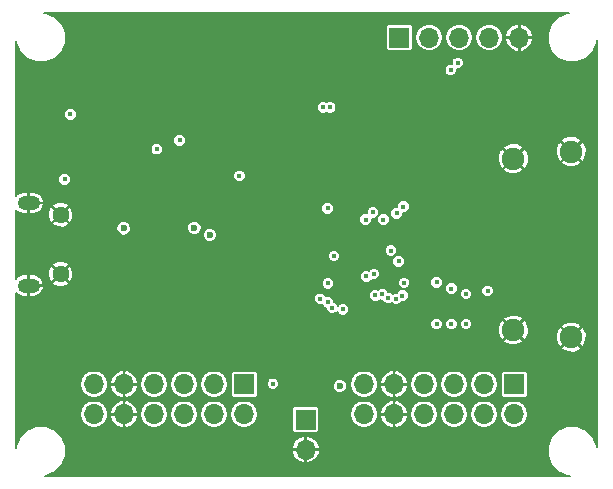
<source format=gbr>
G04 #@! TF.GenerationSoftware,KiCad,Pcbnew,5.0.2-bee76a0~70~ubuntu18.04.1*
G04 #@! TF.CreationDate,2020-08-11T13:50:02+01:00*
G04 #@! TF.ProjectId,picodvi,7069636f-6476-4692-9e6b-696361645f70,rev?*
G04 #@! TF.SameCoordinates,Original*
G04 #@! TF.FileFunction,Copper,L2,Inr*
G04 #@! TF.FilePolarity,Positive*
%FSLAX46Y46*%
G04 Gerber Fmt 4.6, Leading zero omitted, Abs format (unit mm)*
G04 Created by KiCad (PCBNEW 5.0.2-bee76a0~70~ubuntu18.04.1) date Tue 11 Aug 2020 13:50:02 BST*
%MOMM*%
%LPD*%
G01*
G04 APERTURE LIST*
G04 #@! TA.AperFunction,ViaPad*
%ADD10C,1.900000*%
G04 #@! TD*
G04 #@! TA.AperFunction,ViaPad*
%ADD11C,1.450000*%
G04 #@! TD*
G04 #@! TA.AperFunction,ViaPad*
%ADD12O,1.900000X1.200000*%
G04 #@! TD*
G04 #@! TA.AperFunction,ViaPad*
%ADD13R,1.700000X1.700000*%
G04 #@! TD*
G04 #@! TA.AperFunction,ViaPad*
%ADD14O,1.700000X1.700000*%
G04 #@! TD*
G04 #@! TA.AperFunction,ViaPad*
%ADD15C,0.600000*%
G04 #@! TD*
G04 #@! TA.AperFunction,ViaPad*
%ADD16C,0.450000*%
G04 #@! TD*
G04 #@! TA.AperFunction,Conductor*
%ADD17C,0.200000*%
G04 #@! TD*
G04 APERTURE END LIST*
D10*
G04 #@! TO.N,GND*
G04 #@! TO.C,J5*
X247400000Y-97150000D03*
X247400000Y-112850000D03*
X242500000Y-97750000D03*
X242500000Y-112250000D03*
G04 #@! TD*
D11*
G04 #@! TO.N,GND*
G04 #@! TO.C,J1*
X204162500Y-102500000D03*
X204162500Y-107500000D03*
D12*
X201462500Y-101500000D03*
X201462500Y-108500000D03*
G04 #@! TD*
D13*
G04 #@! TO.N,/PMOD0_0*
G04 #@! TO.C,J3*
X219710000Y-116840000D03*
D14*
G04 #@! TO.N,/PMOD0_4*
X219710000Y-119380000D03*
G04 #@! TO.N,/PMOD0_1*
X217170000Y-116840000D03*
G04 #@! TO.N,/PMOD0_5*
X217170000Y-119380000D03*
G04 #@! TO.N,/PMOD0_2*
X214630000Y-116840000D03*
G04 #@! TO.N,/PMOD0_6*
X214630000Y-119380000D03*
G04 #@! TO.N,/PMOD0_3*
X212090000Y-116840000D03*
G04 #@! TO.N,/PMOD0_7*
X212090000Y-119380000D03*
G04 #@! TO.N,GND*
X209550000Y-116840000D03*
X209550000Y-119380000D03*
G04 #@! TO.N,+3V3*
X207010000Y-116840000D03*
X207010000Y-119380000D03*
G04 #@! TD*
G04 #@! TO.N,+3V3*
G04 #@! TO.C,J4*
X229870000Y-119380000D03*
X229870000Y-116840000D03*
G04 #@! TO.N,GND*
X232410000Y-119380000D03*
X232410000Y-116840000D03*
G04 #@! TO.N,/PMOD1_7*
X234950000Y-119380000D03*
G04 #@! TO.N,/PMOD1_3*
X234950000Y-116840000D03*
G04 #@! TO.N,/PMOD1_6*
X237490000Y-119380000D03*
G04 #@! TO.N,/PMOD1_2*
X237490000Y-116840000D03*
G04 #@! TO.N,/PMOD1_5*
X240030000Y-119380000D03*
G04 #@! TO.N,/PMOD1_1*
X240030000Y-116840000D03*
G04 #@! TO.N,/PMOD1_4*
X242570000Y-119380000D03*
D13*
G04 #@! TO.N,/PMOD1_0*
X242570000Y-116840000D03*
G04 #@! TD*
G04 #@! TO.N,VBUS*
G04 #@! TO.C,J6*
X224925056Y-119830226D03*
D14*
G04 #@! TO.N,GND*
X224925056Y-122370226D03*
G04 #@! TD*
D13*
G04 #@! TO.N,/UART_RX*
G04 #@! TO.C,J2*
X232840000Y-87500000D03*
D14*
G04 #@! TO.N,/UART_TX*
X235380000Y-87500000D03*
G04 #@! TO.N,/SWCLK*
X237920000Y-87500000D03*
G04 #@! TO.N,/SWDIO*
X240460000Y-87500000D03*
G04 #@! TO.N,GND*
X243000000Y-87500000D03*
G04 #@! TD*
D15*
G04 #@! TO.N,+3V3*
X215500000Y-103600000D03*
D16*
X230600000Y-102300000D03*
X226800000Y-108300000D03*
X233250000Y-108250000D03*
X233200000Y-101800000D03*
X227300000Y-106000000D03*
X226774295Y-101950010D03*
D15*
X227800000Y-117000000D03*
D16*
X230063495Y-107704760D03*
X232625000Y-102375000D03*
X214250000Y-96200000D03*
X204500000Y-99500000D03*
X236000000Y-111750000D03*
X232140000Y-105520000D03*
D15*
X216800000Y-104200000D03*
D16*
X226400000Y-93400000D03*
X227000000Y-93400000D03*
X219300000Y-99200000D03*
G04 #@! TO.N,GND*
X205000000Y-86000000D03*
X234760000Y-113790000D03*
D15*
X216800000Y-105700000D03*
D16*
X229750000Y-105250000D03*
X230250000Y-104750000D03*
X232300000Y-100500000D03*
X220300000Y-102100000D03*
X225200000Y-102100000D03*
D15*
X215500000Y-106400000D03*
D16*
X229250000Y-111150000D03*
X233580000Y-110150000D03*
D15*
X209500000Y-106400000D03*
X204000000Y-116500000D03*
X203000000Y-117500000D03*
X228346000Y-119634000D03*
X227000000Y-116600000D03*
D16*
X230250000Y-105250000D03*
X229750000Y-104750000D03*
X235250000Y-100150000D03*
X223200000Y-104350000D03*
X220200000Y-96200000D03*
X201000000Y-90000000D03*
X201000000Y-120000000D03*
X205000000Y-124000000D03*
X245000000Y-124000000D03*
X249000000Y-120000000D03*
X245000000Y-86000000D03*
X249000000Y-90000000D03*
X215850000Y-91100000D03*
X226100000Y-108200000D03*
X240800000Y-118100000D03*
X224600000Y-115100000D03*
X224790000Y-118364000D03*
X215300000Y-121000000D03*
X232000000Y-110700000D03*
X243000000Y-100750000D03*
X243000000Y-102250000D03*
X243000000Y-103750000D03*
X243000000Y-105250000D03*
X243000000Y-108250000D03*
X223600000Y-93400000D03*
X226100000Y-110400000D03*
X231100000Y-87500000D03*
X240050000Y-99675000D03*
X233581794Y-108818206D03*
X217900000Y-97000000D03*
X240400000Y-105250000D03*
X240400000Y-103750000D03*
X240400000Y-102250000D03*
X240400000Y-100750000D03*
X218160000Y-91040000D03*
X228265694Y-89534306D03*
X230449990Y-98000000D03*
X232660000Y-105000000D03*
X239850000Y-108500000D03*
X241300000Y-115350000D03*
X239800000Y-106200000D03*
X237520000Y-106050000D03*
X235530000Y-107630000D03*
D15*
X212550000Y-105300000D03*
X205600000Y-105750000D03*
X205600000Y-106600000D03*
X207450000Y-104650000D03*
D16*
X234300000Y-101150000D03*
X225500000Y-95400000D03*
X225500000Y-98600000D03*
X223400000Y-97000000D03*
X227600000Y-97000000D03*
X230500000Y-100500000D03*
X223000000Y-93400000D03*
X215850000Y-94150000D03*
G04 #@! TO.N,+1V1*
X230000000Y-102900000D03*
X231500000Y-102900000D03*
X230700000Y-107500000D03*
D15*
G04 #@! TO.N,VBUS*
X209500000Y-103650000D03*
D16*
X240316085Y-108929311D03*
X237250000Y-111750000D03*
X238500000Y-111750000D03*
G04 #@! TO.N,/SWCLK*
X230825740Y-109317935D03*
G04 #@! TO.N,/SWDIO*
X231420028Y-109235259D03*
G04 #@! TO.N,/PMOD0_4*
X222149968Y-116800000D03*
G04 #@! TO.N,/PMOD1_7*
X228072750Y-110500009D03*
G04 #@! TO.N,/PMOD1_6*
X227151957Y-110385519D03*
G04 #@! TO.N,/PMOD1_5*
X226799434Y-109899987D03*
G04 #@! TO.N,/PMOD1_4*
X226136142Y-109599976D03*
G04 #@! TO.N,/RUN_~RST~*
X231924993Y-109559333D03*
X212306797Y-96950010D03*
G04 #@! TO.N,/UART_RX*
X233104754Y-109342833D03*
X237200000Y-90250000D03*
G04 #@! TO.N,/UART_TX*
X232570132Y-109615217D03*
X237793209Y-89642380D03*
G04 #@! TO.N,/USER_LED_BUTTON*
X205000000Y-94000000D03*
X232792998Y-106437529D03*
G04 #@! TO.N,/uC_DVI_SCL*
X237250000Y-108740000D03*
G04 #@! TO.N,/uC_DVI_SDA*
X238494268Y-109190010D03*
G04 #@! TO.N,/uC_DVI_CEC*
X236000000Y-108224999D03*
G04 #@! TD*
D17*
G04 #@! TO.N,GND*
G36*
X247192645Y-85400000D02*
X247082284Y-85400000D01*
X246310446Y-85719706D01*
X245719706Y-86310446D01*
X245400000Y-87082284D01*
X245400000Y-87917716D01*
X245719706Y-88689554D01*
X246310446Y-89280294D01*
X247082284Y-89600000D01*
X247917716Y-89600000D01*
X248689554Y-89280294D01*
X249280294Y-88689554D01*
X249600000Y-87917716D01*
X249600000Y-87736576D01*
X249625000Y-88016697D01*
X249625001Y-121978205D01*
X249600000Y-122192644D01*
X249600000Y-122082284D01*
X249280294Y-121310446D01*
X248689554Y-120719706D01*
X247917716Y-120400000D01*
X247082284Y-120400000D01*
X246310446Y-120719706D01*
X245719706Y-121310446D01*
X245400000Y-122082284D01*
X245400000Y-122917716D01*
X245719706Y-123689554D01*
X246310446Y-124280294D01*
X247082284Y-124600000D01*
X247263425Y-124600000D01*
X246983304Y-124625000D01*
X203021787Y-124625000D01*
X202807356Y-124600000D01*
X202917716Y-124600000D01*
X203689554Y-124280294D01*
X204280294Y-123689554D01*
X204600000Y-122917716D01*
X204600000Y-122582599D01*
X223743998Y-122582599D01*
X223752627Y-122625992D01*
X223939750Y-123055192D01*
X224276877Y-123380112D01*
X224712683Y-123551286D01*
X224900056Y-123482468D01*
X224900056Y-122395226D01*
X224950056Y-122395226D01*
X224950056Y-123482468D01*
X225137429Y-123551286D01*
X225573235Y-123380112D01*
X225910362Y-123055192D01*
X226097485Y-122625992D01*
X226106114Y-122582599D01*
X226037275Y-122395226D01*
X224950056Y-122395226D01*
X224900056Y-122395226D01*
X223812837Y-122395226D01*
X223743998Y-122582599D01*
X204600000Y-122582599D01*
X204600000Y-122157853D01*
X223743998Y-122157853D01*
X223812837Y-122345226D01*
X224900056Y-122345226D01*
X224900056Y-121257984D01*
X224950056Y-121257984D01*
X224950056Y-122345226D01*
X226037275Y-122345226D01*
X226106114Y-122157853D01*
X226097485Y-122114460D01*
X225910362Y-121685260D01*
X225573235Y-121360340D01*
X225137429Y-121189166D01*
X224950056Y-121257984D01*
X224900056Y-121257984D01*
X224712683Y-121189166D01*
X224276877Y-121360340D01*
X223939750Y-121685260D01*
X223752627Y-122114460D01*
X223743998Y-122157853D01*
X204600000Y-122157853D01*
X204600000Y-122082284D01*
X204280294Y-121310446D01*
X203689554Y-120719706D01*
X202917716Y-120400000D01*
X202082284Y-120400000D01*
X201310446Y-120719706D01*
X200719706Y-121310446D01*
X200400000Y-122082284D01*
X200400000Y-122263425D01*
X200375000Y-121983304D01*
X200375000Y-119380000D01*
X205837471Y-119380000D01*
X205926724Y-119828707D01*
X206180897Y-120209103D01*
X206561293Y-120463276D01*
X206896739Y-120530000D01*
X207123261Y-120530000D01*
X207458707Y-120463276D01*
X207839103Y-120209103D01*
X208093276Y-119828707D01*
X208140285Y-119592373D01*
X208368940Y-119592373D01*
X208540114Y-120028179D01*
X208865034Y-120365306D01*
X209294234Y-120552429D01*
X209337627Y-120561058D01*
X209525000Y-120492219D01*
X209525000Y-119405000D01*
X209575000Y-119405000D01*
X209575000Y-120492219D01*
X209762373Y-120561058D01*
X209805766Y-120552429D01*
X210234966Y-120365306D01*
X210559886Y-120028179D01*
X210731060Y-119592373D01*
X210662242Y-119405000D01*
X209575000Y-119405000D01*
X209525000Y-119405000D01*
X208437758Y-119405000D01*
X208368940Y-119592373D01*
X208140285Y-119592373D01*
X208182529Y-119380000D01*
X210917471Y-119380000D01*
X211006724Y-119828707D01*
X211260897Y-120209103D01*
X211641293Y-120463276D01*
X211976739Y-120530000D01*
X212203261Y-120530000D01*
X212538707Y-120463276D01*
X212919103Y-120209103D01*
X213173276Y-119828707D01*
X213262529Y-119380000D01*
X213457471Y-119380000D01*
X213546724Y-119828707D01*
X213800897Y-120209103D01*
X214181293Y-120463276D01*
X214516739Y-120530000D01*
X214743261Y-120530000D01*
X215078707Y-120463276D01*
X215459103Y-120209103D01*
X215713276Y-119828707D01*
X215802529Y-119380000D01*
X215997471Y-119380000D01*
X216086724Y-119828707D01*
X216340897Y-120209103D01*
X216721293Y-120463276D01*
X217056739Y-120530000D01*
X217283261Y-120530000D01*
X217618707Y-120463276D01*
X217999103Y-120209103D01*
X218253276Y-119828707D01*
X218342529Y-119380000D01*
X218537471Y-119380000D01*
X218626724Y-119828707D01*
X218880897Y-120209103D01*
X219261293Y-120463276D01*
X219596739Y-120530000D01*
X219823261Y-120530000D01*
X220158707Y-120463276D01*
X220539103Y-120209103D01*
X220793276Y-119828707D01*
X220882529Y-119380000D01*
X220803010Y-118980226D01*
X223769179Y-118980226D01*
X223769179Y-120680226D01*
X223792463Y-120797280D01*
X223858768Y-120896514D01*
X223958002Y-120962819D01*
X224075056Y-120986103D01*
X225775056Y-120986103D01*
X225892110Y-120962819D01*
X225991344Y-120896514D01*
X226057649Y-120797280D01*
X226080933Y-120680226D01*
X226080933Y-119380000D01*
X228697471Y-119380000D01*
X228786724Y-119828707D01*
X229040897Y-120209103D01*
X229421293Y-120463276D01*
X229756739Y-120530000D01*
X229983261Y-120530000D01*
X230318707Y-120463276D01*
X230699103Y-120209103D01*
X230953276Y-119828707D01*
X231000285Y-119592373D01*
X231228940Y-119592373D01*
X231400114Y-120028179D01*
X231725034Y-120365306D01*
X232154234Y-120552429D01*
X232197627Y-120561058D01*
X232385000Y-120492219D01*
X232385000Y-119405000D01*
X232435000Y-119405000D01*
X232435000Y-120492219D01*
X232622373Y-120561058D01*
X232665766Y-120552429D01*
X233094966Y-120365306D01*
X233419886Y-120028179D01*
X233591060Y-119592373D01*
X233522242Y-119405000D01*
X232435000Y-119405000D01*
X232385000Y-119405000D01*
X231297758Y-119405000D01*
X231228940Y-119592373D01*
X231000285Y-119592373D01*
X231042529Y-119380000D01*
X233777471Y-119380000D01*
X233866724Y-119828707D01*
X234120897Y-120209103D01*
X234501293Y-120463276D01*
X234836739Y-120530000D01*
X235063261Y-120530000D01*
X235398707Y-120463276D01*
X235779103Y-120209103D01*
X236033276Y-119828707D01*
X236122529Y-119380000D01*
X236317471Y-119380000D01*
X236406724Y-119828707D01*
X236660897Y-120209103D01*
X237041293Y-120463276D01*
X237376739Y-120530000D01*
X237603261Y-120530000D01*
X237938707Y-120463276D01*
X238319103Y-120209103D01*
X238573276Y-119828707D01*
X238662529Y-119380000D01*
X238857471Y-119380000D01*
X238946724Y-119828707D01*
X239200897Y-120209103D01*
X239581293Y-120463276D01*
X239916739Y-120530000D01*
X240143261Y-120530000D01*
X240478707Y-120463276D01*
X240859103Y-120209103D01*
X241113276Y-119828707D01*
X241202529Y-119380000D01*
X241397471Y-119380000D01*
X241486724Y-119828707D01*
X241740897Y-120209103D01*
X242121293Y-120463276D01*
X242456739Y-120530000D01*
X242683261Y-120530000D01*
X243018707Y-120463276D01*
X243399103Y-120209103D01*
X243653276Y-119828707D01*
X243742529Y-119380000D01*
X243653276Y-118931293D01*
X243399103Y-118550897D01*
X243018707Y-118296724D01*
X242683261Y-118230000D01*
X242456739Y-118230000D01*
X242121293Y-118296724D01*
X241740897Y-118550897D01*
X241486724Y-118931293D01*
X241397471Y-119380000D01*
X241202529Y-119380000D01*
X241113276Y-118931293D01*
X240859103Y-118550897D01*
X240478707Y-118296724D01*
X240143261Y-118230000D01*
X239916739Y-118230000D01*
X239581293Y-118296724D01*
X239200897Y-118550897D01*
X238946724Y-118931293D01*
X238857471Y-119380000D01*
X238662529Y-119380000D01*
X238573276Y-118931293D01*
X238319103Y-118550897D01*
X237938707Y-118296724D01*
X237603261Y-118230000D01*
X237376739Y-118230000D01*
X237041293Y-118296724D01*
X236660897Y-118550897D01*
X236406724Y-118931293D01*
X236317471Y-119380000D01*
X236122529Y-119380000D01*
X236033276Y-118931293D01*
X235779103Y-118550897D01*
X235398707Y-118296724D01*
X235063261Y-118230000D01*
X234836739Y-118230000D01*
X234501293Y-118296724D01*
X234120897Y-118550897D01*
X233866724Y-118931293D01*
X233777471Y-119380000D01*
X231042529Y-119380000D01*
X231000286Y-119167627D01*
X231228940Y-119167627D01*
X231297758Y-119355000D01*
X232385000Y-119355000D01*
X232385000Y-118267781D01*
X232435000Y-118267781D01*
X232435000Y-119355000D01*
X233522242Y-119355000D01*
X233591060Y-119167627D01*
X233419886Y-118731821D01*
X233094966Y-118394694D01*
X232665766Y-118207571D01*
X232622373Y-118198942D01*
X232435000Y-118267781D01*
X232385000Y-118267781D01*
X232197627Y-118198942D01*
X232154234Y-118207571D01*
X231725034Y-118394694D01*
X231400114Y-118731821D01*
X231228940Y-119167627D01*
X231000286Y-119167627D01*
X230953276Y-118931293D01*
X230699103Y-118550897D01*
X230318707Y-118296724D01*
X229983261Y-118230000D01*
X229756739Y-118230000D01*
X229421293Y-118296724D01*
X229040897Y-118550897D01*
X228786724Y-118931293D01*
X228697471Y-119380000D01*
X226080933Y-119380000D01*
X226080933Y-118980226D01*
X226057649Y-118863172D01*
X225991344Y-118763938D01*
X225892110Y-118697633D01*
X225775056Y-118674349D01*
X224075056Y-118674349D01*
X223958002Y-118697633D01*
X223858768Y-118763938D01*
X223792463Y-118863172D01*
X223769179Y-118980226D01*
X220803010Y-118980226D01*
X220793276Y-118931293D01*
X220539103Y-118550897D01*
X220158707Y-118296724D01*
X219823261Y-118230000D01*
X219596739Y-118230000D01*
X219261293Y-118296724D01*
X218880897Y-118550897D01*
X218626724Y-118931293D01*
X218537471Y-119380000D01*
X218342529Y-119380000D01*
X218253276Y-118931293D01*
X217999103Y-118550897D01*
X217618707Y-118296724D01*
X217283261Y-118230000D01*
X217056739Y-118230000D01*
X216721293Y-118296724D01*
X216340897Y-118550897D01*
X216086724Y-118931293D01*
X215997471Y-119380000D01*
X215802529Y-119380000D01*
X215713276Y-118931293D01*
X215459103Y-118550897D01*
X215078707Y-118296724D01*
X214743261Y-118230000D01*
X214516739Y-118230000D01*
X214181293Y-118296724D01*
X213800897Y-118550897D01*
X213546724Y-118931293D01*
X213457471Y-119380000D01*
X213262529Y-119380000D01*
X213173276Y-118931293D01*
X212919103Y-118550897D01*
X212538707Y-118296724D01*
X212203261Y-118230000D01*
X211976739Y-118230000D01*
X211641293Y-118296724D01*
X211260897Y-118550897D01*
X211006724Y-118931293D01*
X210917471Y-119380000D01*
X208182529Y-119380000D01*
X208140286Y-119167627D01*
X208368940Y-119167627D01*
X208437758Y-119355000D01*
X209525000Y-119355000D01*
X209525000Y-118267781D01*
X209575000Y-118267781D01*
X209575000Y-119355000D01*
X210662242Y-119355000D01*
X210731060Y-119167627D01*
X210559886Y-118731821D01*
X210234966Y-118394694D01*
X209805766Y-118207571D01*
X209762373Y-118198942D01*
X209575000Y-118267781D01*
X209525000Y-118267781D01*
X209337627Y-118198942D01*
X209294234Y-118207571D01*
X208865034Y-118394694D01*
X208540114Y-118731821D01*
X208368940Y-119167627D01*
X208140286Y-119167627D01*
X208093276Y-118931293D01*
X207839103Y-118550897D01*
X207458707Y-118296724D01*
X207123261Y-118230000D01*
X206896739Y-118230000D01*
X206561293Y-118296724D01*
X206180897Y-118550897D01*
X205926724Y-118931293D01*
X205837471Y-119380000D01*
X200375000Y-119380000D01*
X200375000Y-116840000D01*
X205837471Y-116840000D01*
X205926724Y-117288707D01*
X206180897Y-117669103D01*
X206561293Y-117923276D01*
X206896739Y-117990000D01*
X207123261Y-117990000D01*
X207458707Y-117923276D01*
X207839103Y-117669103D01*
X208093276Y-117288707D01*
X208140285Y-117052373D01*
X208368940Y-117052373D01*
X208540114Y-117488179D01*
X208865034Y-117825306D01*
X209294234Y-118012429D01*
X209337627Y-118021058D01*
X209525000Y-117952219D01*
X209525000Y-116865000D01*
X209575000Y-116865000D01*
X209575000Y-117952219D01*
X209762373Y-118021058D01*
X209805766Y-118012429D01*
X210234966Y-117825306D01*
X210559886Y-117488179D01*
X210731060Y-117052373D01*
X210662242Y-116865000D01*
X209575000Y-116865000D01*
X209525000Y-116865000D01*
X208437758Y-116865000D01*
X208368940Y-117052373D01*
X208140285Y-117052373D01*
X208182529Y-116840000D01*
X210917471Y-116840000D01*
X211006724Y-117288707D01*
X211260897Y-117669103D01*
X211641293Y-117923276D01*
X211976739Y-117990000D01*
X212203261Y-117990000D01*
X212538707Y-117923276D01*
X212919103Y-117669103D01*
X213173276Y-117288707D01*
X213262529Y-116840000D01*
X213457471Y-116840000D01*
X213546724Y-117288707D01*
X213800897Y-117669103D01*
X214181293Y-117923276D01*
X214516739Y-117990000D01*
X214743261Y-117990000D01*
X215078707Y-117923276D01*
X215459103Y-117669103D01*
X215713276Y-117288707D01*
X215802529Y-116840000D01*
X215997471Y-116840000D01*
X216086724Y-117288707D01*
X216340897Y-117669103D01*
X216721293Y-117923276D01*
X217056739Y-117990000D01*
X217283261Y-117990000D01*
X217618707Y-117923276D01*
X217999103Y-117669103D01*
X218253276Y-117288707D01*
X218342529Y-116840000D01*
X218253276Y-116391293D01*
X217999103Y-116010897D01*
X217967829Y-115990000D01*
X218554123Y-115990000D01*
X218554123Y-117690000D01*
X218577407Y-117807054D01*
X218643712Y-117906288D01*
X218742946Y-117972593D01*
X218860000Y-117995877D01*
X220560000Y-117995877D01*
X220677054Y-117972593D01*
X220776288Y-117906288D01*
X220842593Y-117807054D01*
X220865877Y-117690000D01*
X220865877Y-116695571D01*
X221624968Y-116695571D01*
X221624968Y-116904429D01*
X221704895Y-117097388D01*
X221852580Y-117245073D01*
X222045539Y-117325000D01*
X222254397Y-117325000D01*
X222447356Y-117245073D01*
X222595041Y-117097388D01*
X222674968Y-116904429D01*
X222674968Y-116880653D01*
X227200000Y-116880653D01*
X227200000Y-117119347D01*
X227291344Y-117339873D01*
X227460127Y-117508656D01*
X227680653Y-117600000D01*
X227919347Y-117600000D01*
X228139873Y-117508656D01*
X228308656Y-117339873D01*
X228400000Y-117119347D01*
X228400000Y-116880653D01*
X228383162Y-116840000D01*
X228697471Y-116840000D01*
X228786724Y-117288707D01*
X229040897Y-117669103D01*
X229421293Y-117923276D01*
X229756739Y-117990000D01*
X229983261Y-117990000D01*
X230318707Y-117923276D01*
X230699103Y-117669103D01*
X230953276Y-117288707D01*
X231000285Y-117052373D01*
X231228940Y-117052373D01*
X231400114Y-117488179D01*
X231725034Y-117825306D01*
X232154234Y-118012429D01*
X232197627Y-118021058D01*
X232385000Y-117952219D01*
X232385000Y-116865000D01*
X232435000Y-116865000D01*
X232435000Y-117952219D01*
X232622373Y-118021058D01*
X232665766Y-118012429D01*
X233094966Y-117825306D01*
X233419886Y-117488179D01*
X233591060Y-117052373D01*
X233522242Y-116865000D01*
X232435000Y-116865000D01*
X232385000Y-116865000D01*
X231297758Y-116865000D01*
X231228940Y-117052373D01*
X231000285Y-117052373D01*
X231042529Y-116840000D01*
X233777471Y-116840000D01*
X233866724Y-117288707D01*
X234120897Y-117669103D01*
X234501293Y-117923276D01*
X234836739Y-117990000D01*
X235063261Y-117990000D01*
X235398707Y-117923276D01*
X235779103Y-117669103D01*
X236033276Y-117288707D01*
X236122529Y-116840000D01*
X236317471Y-116840000D01*
X236406724Y-117288707D01*
X236660897Y-117669103D01*
X237041293Y-117923276D01*
X237376739Y-117990000D01*
X237603261Y-117990000D01*
X237938707Y-117923276D01*
X238319103Y-117669103D01*
X238573276Y-117288707D01*
X238662529Y-116840000D01*
X238857471Y-116840000D01*
X238946724Y-117288707D01*
X239200897Y-117669103D01*
X239581293Y-117923276D01*
X239916739Y-117990000D01*
X240143261Y-117990000D01*
X240478707Y-117923276D01*
X240859103Y-117669103D01*
X241113276Y-117288707D01*
X241202529Y-116840000D01*
X241113276Y-116391293D01*
X240859103Y-116010897D01*
X240827829Y-115990000D01*
X241414123Y-115990000D01*
X241414123Y-117690000D01*
X241437407Y-117807054D01*
X241503712Y-117906288D01*
X241602946Y-117972593D01*
X241720000Y-117995877D01*
X243420000Y-117995877D01*
X243537054Y-117972593D01*
X243636288Y-117906288D01*
X243702593Y-117807054D01*
X243725877Y-117690000D01*
X243725877Y-115990000D01*
X243702593Y-115872946D01*
X243636288Y-115773712D01*
X243537054Y-115707407D01*
X243420000Y-115684123D01*
X241720000Y-115684123D01*
X241602946Y-115707407D01*
X241503712Y-115773712D01*
X241437407Y-115872946D01*
X241414123Y-115990000D01*
X240827829Y-115990000D01*
X240478707Y-115756724D01*
X240143261Y-115690000D01*
X239916739Y-115690000D01*
X239581293Y-115756724D01*
X239200897Y-116010897D01*
X238946724Y-116391293D01*
X238857471Y-116840000D01*
X238662529Y-116840000D01*
X238573276Y-116391293D01*
X238319103Y-116010897D01*
X237938707Y-115756724D01*
X237603261Y-115690000D01*
X237376739Y-115690000D01*
X237041293Y-115756724D01*
X236660897Y-116010897D01*
X236406724Y-116391293D01*
X236317471Y-116840000D01*
X236122529Y-116840000D01*
X236033276Y-116391293D01*
X235779103Y-116010897D01*
X235398707Y-115756724D01*
X235063261Y-115690000D01*
X234836739Y-115690000D01*
X234501293Y-115756724D01*
X234120897Y-116010897D01*
X233866724Y-116391293D01*
X233777471Y-116840000D01*
X231042529Y-116840000D01*
X231000286Y-116627627D01*
X231228940Y-116627627D01*
X231297758Y-116815000D01*
X232385000Y-116815000D01*
X232385000Y-115727781D01*
X232435000Y-115727781D01*
X232435000Y-116815000D01*
X233522242Y-116815000D01*
X233591060Y-116627627D01*
X233419886Y-116191821D01*
X233094966Y-115854694D01*
X232665766Y-115667571D01*
X232622373Y-115658942D01*
X232435000Y-115727781D01*
X232385000Y-115727781D01*
X232197627Y-115658942D01*
X232154234Y-115667571D01*
X231725034Y-115854694D01*
X231400114Y-116191821D01*
X231228940Y-116627627D01*
X231000286Y-116627627D01*
X230953276Y-116391293D01*
X230699103Y-116010897D01*
X230318707Y-115756724D01*
X229983261Y-115690000D01*
X229756739Y-115690000D01*
X229421293Y-115756724D01*
X229040897Y-116010897D01*
X228786724Y-116391293D01*
X228697471Y-116840000D01*
X228383162Y-116840000D01*
X228308656Y-116660127D01*
X228139873Y-116491344D01*
X227919347Y-116400000D01*
X227680653Y-116400000D01*
X227460127Y-116491344D01*
X227291344Y-116660127D01*
X227200000Y-116880653D01*
X222674968Y-116880653D01*
X222674968Y-116695571D01*
X222595041Y-116502612D01*
X222447356Y-116354927D01*
X222254397Y-116275000D01*
X222045539Y-116275000D01*
X221852580Y-116354927D01*
X221704895Y-116502612D01*
X221624968Y-116695571D01*
X220865877Y-116695571D01*
X220865877Y-115990000D01*
X220842593Y-115872946D01*
X220776288Y-115773712D01*
X220677054Y-115707407D01*
X220560000Y-115684123D01*
X218860000Y-115684123D01*
X218742946Y-115707407D01*
X218643712Y-115773712D01*
X218577407Y-115872946D01*
X218554123Y-115990000D01*
X217967829Y-115990000D01*
X217618707Y-115756724D01*
X217283261Y-115690000D01*
X217056739Y-115690000D01*
X216721293Y-115756724D01*
X216340897Y-116010897D01*
X216086724Y-116391293D01*
X215997471Y-116840000D01*
X215802529Y-116840000D01*
X215713276Y-116391293D01*
X215459103Y-116010897D01*
X215078707Y-115756724D01*
X214743261Y-115690000D01*
X214516739Y-115690000D01*
X214181293Y-115756724D01*
X213800897Y-116010897D01*
X213546724Y-116391293D01*
X213457471Y-116840000D01*
X213262529Y-116840000D01*
X213173276Y-116391293D01*
X212919103Y-116010897D01*
X212538707Y-115756724D01*
X212203261Y-115690000D01*
X211976739Y-115690000D01*
X211641293Y-115756724D01*
X211260897Y-116010897D01*
X211006724Y-116391293D01*
X210917471Y-116840000D01*
X208182529Y-116840000D01*
X208140286Y-116627627D01*
X208368940Y-116627627D01*
X208437758Y-116815000D01*
X209525000Y-116815000D01*
X209525000Y-115727781D01*
X209575000Y-115727781D01*
X209575000Y-116815000D01*
X210662242Y-116815000D01*
X210731060Y-116627627D01*
X210559886Y-116191821D01*
X210234966Y-115854694D01*
X209805766Y-115667571D01*
X209762373Y-115658942D01*
X209575000Y-115727781D01*
X209525000Y-115727781D01*
X209337627Y-115658942D01*
X209294234Y-115667571D01*
X208865034Y-115854694D01*
X208540114Y-116191821D01*
X208368940Y-116627627D01*
X208140286Y-116627627D01*
X208093276Y-116391293D01*
X207839103Y-116010897D01*
X207458707Y-115756724D01*
X207123261Y-115690000D01*
X206896739Y-115690000D01*
X206561293Y-115756724D01*
X206180897Y-116010897D01*
X205926724Y-116391293D01*
X205837471Y-116840000D01*
X200375000Y-116840000D01*
X200375000Y-113742876D01*
X246542480Y-113742876D01*
X246641273Y-113936830D01*
X247114940Y-114144452D01*
X247632004Y-114155006D01*
X248113747Y-113966884D01*
X248158727Y-113936830D01*
X248257520Y-113742876D01*
X247400000Y-112885355D01*
X246542480Y-113742876D01*
X200375000Y-113742876D01*
X200375000Y-113142876D01*
X241642480Y-113142876D01*
X241741273Y-113336830D01*
X242214940Y-113544452D01*
X242732004Y-113555006D01*
X243213747Y-113366884D01*
X243258727Y-113336830D01*
X243357520Y-113142876D01*
X242500000Y-112285355D01*
X241642480Y-113142876D01*
X200375000Y-113142876D01*
X200375000Y-112482004D01*
X241194994Y-112482004D01*
X241383116Y-112963747D01*
X241413170Y-113008727D01*
X241607124Y-113107520D01*
X242464645Y-112250000D01*
X242535355Y-112250000D01*
X243392876Y-113107520D01*
X243442969Y-113082004D01*
X246094994Y-113082004D01*
X246283116Y-113563747D01*
X246313170Y-113608727D01*
X246507124Y-113707520D01*
X247364645Y-112850000D01*
X247435355Y-112850000D01*
X248292876Y-113707520D01*
X248486830Y-113608727D01*
X248694452Y-113135060D01*
X248705006Y-112617996D01*
X248516884Y-112136253D01*
X248486830Y-112091273D01*
X248292876Y-111992480D01*
X247435355Y-112850000D01*
X247364645Y-112850000D01*
X246507124Y-111992480D01*
X246313170Y-112091273D01*
X246105548Y-112564940D01*
X246094994Y-113082004D01*
X243442969Y-113082004D01*
X243586830Y-113008727D01*
X243794452Y-112535060D01*
X243805006Y-112017996D01*
X243781236Y-111957124D01*
X246542480Y-111957124D01*
X247400000Y-112814645D01*
X248257520Y-111957124D01*
X248158727Y-111763170D01*
X247685060Y-111555548D01*
X247167996Y-111544994D01*
X246686253Y-111733116D01*
X246641273Y-111763170D01*
X246542480Y-111957124D01*
X243781236Y-111957124D01*
X243616884Y-111536253D01*
X243586830Y-111491273D01*
X243392876Y-111392480D01*
X242535355Y-112250000D01*
X242464645Y-112250000D01*
X241607124Y-111392480D01*
X241413170Y-111491273D01*
X241205548Y-111964940D01*
X241194994Y-112482004D01*
X200375000Y-112482004D01*
X200375000Y-111645571D01*
X235475000Y-111645571D01*
X235475000Y-111854429D01*
X235554927Y-112047388D01*
X235702612Y-112195073D01*
X235895571Y-112275000D01*
X236104429Y-112275000D01*
X236297388Y-112195073D01*
X236445073Y-112047388D01*
X236525000Y-111854429D01*
X236525000Y-111645571D01*
X236725000Y-111645571D01*
X236725000Y-111854429D01*
X236804927Y-112047388D01*
X236952612Y-112195073D01*
X237145571Y-112275000D01*
X237354429Y-112275000D01*
X237547388Y-112195073D01*
X237695073Y-112047388D01*
X237775000Y-111854429D01*
X237775000Y-111645571D01*
X237975000Y-111645571D01*
X237975000Y-111854429D01*
X238054927Y-112047388D01*
X238202612Y-112195073D01*
X238395571Y-112275000D01*
X238604429Y-112275000D01*
X238797388Y-112195073D01*
X238945073Y-112047388D01*
X239025000Y-111854429D01*
X239025000Y-111645571D01*
X238945073Y-111452612D01*
X238849585Y-111357124D01*
X241642480Y-111357124D01*
X242500000Y-112214645D01*
X243357520Y-111357124D01*
X243258727Y-111163170D01*
X242785060Y-110955548D01*
X242267996Y-110944994D01*
X241786253Y-111133116D01*
X241741273Y-111163170D01*
X241642480Y-111357124D01*
X238849585Y-111357124D01*
X238797388Y-111304927D01*
X238604429Y-111225000D01*
X238395571Y-111225000D01*
X238202612Y-111304927D01*
X238054927Y-111452612D01*
X237975000Y-111645571D01*
X237775000Y-111645571D01*
X237695073Y-111452612D01*
X237547388Y-111304927D01*
X237354429Y-111225000D01*
X237145571Y-111225000D01*
X236952612Y-111304927D01*
X236804927Y-111452612D01*
X236725000Y-111645571D01*
X236525000Y-111645571D01*
X236445073Y-111452612D01*
X236297388Y-111304927D01*
X236104429Y-111225000D01*
X235895571Y-111225000D01*
X235702612Y-111304927D01*
X235554927Y-111452612D01*
X235475000Y-111645571D01*
X200375000Y-111645571D01*
X200375000Y-109495547D01*
X225611142Y-109495547D01*
X225611142Y-109704405D01*
X225691069Y-109897364D01*
X225838754Y-110045049D01*
X226031713Y-110124976D01*
X226240571Y-110124976D01*
X226312099Y-110095348D01*
X226354361Y-110197375D01*
X226502046Y-110345060D01*
X226626957Y-110396800D01*
X226626957Y-110489948D01*
X226706884Y-110682907D01*
X226854569Y-110830592D01*
X227047528Y-110910519D01*
X227256386Y-110910519D01*
X227449345Y-110830592D01*
X227585167Y-110694770D01*
X227627677Y-110797397D01*
X227775362Y-110945082D01*
X227968321Y-111025009D01*
X228177179Y-111025009D01*
X228370138Y-110945082D01*
X228517823Y-110797397D01*
X228597750Y-110604438D01*
X228597750Y-110395580D01*
X228517823Y-110202621D01*
X228370138Y-110054936D01*
X228177179Y-109975009D01*
X227968321Y-109975009D01*
X227775362Y-110054936D01*
X227639540Y-110190758D01*
X227597030Y-110088131D01*
X227449345Y-109940446D01*
X227324434Y-109888706D01*
X227324434Y-109795558D01*
X227244507Y-109602599D01*
X227096822Y-109454914D01*
X226903863Y-109374987D01*
X226695005Y-109374987D01*
X226623477Y-109404615D01*
X226581215Y-109302588D01*
X226492133Y-109213506D01*
X230300740Y-109213506D01*
X230300740Y-109422364D01*
X230380667Y-109615323D01*
X230528352Y-109763008D01*
X230721311Y-109842935D01*
X230930169Y-109842935D01*
X231123128Y-109763008D01*
X231181446Y-109704690D01*
X231315599Y-109760259D01*
X231439964Y-109760259D01*
X231479920Y-109856721D01*
X231627605Y-110004406D01*
X231820564Y-110084333D01*
X232029422Y-110084333D01*
X232218477Y-110006023D01*
X232272744Y-110060290D01*
X232465703Y-110140217D01*
X232674561Y-110140217D01*
X232867520Y-110060290D01*
X233015205Y-109912605D01*
X233033750Y-109867833D01*
X233209183Y-109867833D01*
X233402142Y-109787906D01*
X233549827Y-109640221D01*
X233629754Y-109447262D01*
X233629754Y-109238404D01*
X233549827Y-109045445D01*
X233402142Y-108897760D01*
X233209183Y-108817833D01*
X233000325Y-108817833D01*
X232807366Y-108897760D01*
X232659681Y-109045445D01*
X232641136Y-109090217D01*
X232465703Y-109090217D01*
X232276648Y-109168527D01*
X232222381Y-109114260D01*
X232029422Y-109034333D01*
X231905057Y-109034333D01*
X231865101Y-108937871D01*
X231717416Y-108790186D01*
X231524457Y-108710259D01*
X231315599Y-108710259D01*
X231122640Y-108790186D01*
X231064322Y-108848504D01*
X230930169Y-108792935D01*
X230721311Y-108792935D01*
X230528352Y-108872862D01*
X230380667Y-109020547D01*
X230300740Y-109213506D01*
X226492133Y-109213506D01*
X226433530Y-109154903D01*
X226240571Y-109074976D01*
X226031713Y-109074976D01*
X225838754Y-109154903D01*
X225691069Y-109302588D01*
X225611142Y-109495547D01*
X200375000Y-109495547D01*
X200375000Y-109077863D01*
X200423071Y-109154073D01*
X200725854Y-109368118D01*
X201087500Y-109450000D01*
X201437500Y-109450000D01*
X201437500Y-108525000D01*
X201487500Y-108525000D01*
X201487500Y-109450000D01*
X201837500Y-109450000D01*
X202199146Y-109368118D01*
X202501929Y-109154073D01*
X202699752Y-108840452D01*
X202746568Y-108673253D01*
X202674638Y-108525000D01*
X201487500Y-108525000D01*
X201437500Y-108525000D01*
X201417500Y-108525000D01*
X201417500Y-108475000D01*
X201437500Y-108475000D01*
X201437500Y-107550000D01*
X201487500Y-107550000D01*
X201487500Y-108475000D01*
X202674638Y-108475000D01*
X202746568Y-108326747D01*
X202719652Y-108230618D01*
X203467237Y-108230618D01*
X203538645Y-108401195D01*
X203931006Y-108571335D01*
X204358609Y-108578373D01*
X204756357Y-108421239D01*
X204786355Y-108401195D01*
X204857763Y-108230618D01*
X204822716Y-108195571D01*
X226275000Y-108195571D01*
X226275000Y-108404429D01*
X226354927Y-108597388D01*
X226502612Y-108745073D01*
X226695571Y-108825000D01*
X226904429Y-108825000D01*
X227097388Y-108745073D01*
X227245073Y-108597388D01*
X227325000Y-108404429D01*
X227325000Y-108195571D01*
X227245073Y-108002612D01*
X227097388Y-107854927D01*
X226904429Y-107775000D01*
X226695571Y-107775000D01*
X226502612Y-107854927D01*
X226354927Y-108002612D01*
X226275000Y-108195571D01*
X204822716Y-108195571D01*
X204162500Y-107535355D01*
X203467237Y-108230618D01*
X202719652Y-108230618D01*
X202699752Y-108159548D01*
X202501929Y-107845927D01*
X202290000Y-107696109D01*
X203084127Y-107696109D01*
X203241261Y-108093857D01*
X203261305Y-108123855D01*
X203431882Y-108195263D01*
X204127145Y-107500000D01*
X204197855Y-107500000D01*
X204893118Y-108195263D01*
X205063695Y-108123855D01*
X205233835Y-107731494D01*
X205235993Y-107600331D01*
X229538495Y-107600331D01*
X229538495Y-107809189D01*
X229618422Y-108002148D01*
X229766107Y-108149833D01*
X229959066Y-108229760D01*
X230167924Y-108229760D01*
X230360883Y-108149833D01*
X230365145Y-108145571D01*
X232725000Y-108145571D01*
X232725000Y-108354429D01*
X232804927Y-108547388D01*
X232952612Y-108695073D01*
X233145571Y-108775000D01*
X233354429Y-108775000D01*
X233547388Y-108695073D01*
X233695073Y-108547388D01*
X233775000Y-108354429D01*
X233775000Y-108145571D01*
X233764645Y-108120570D01*
X235475000Y-108120570D01*
X235475000Y-108329428D01*
X235554927Y-108522387D01*
X235702612Y-108670072D01*
X235895571Y-108749999D01*
X236104429Y-108749999D01*
X236297388Y-108670072D01*
X236331889Y-108635571D01*
X236725000Y-108635571D01*
X236725000Y-108844429D01*
X236804927Y-109037388D01*
X236952612Y-109185073D01*
X237145571Y-109265000D01*
X237354429Y-109265000D01*
X237547388Y-109185073D01*
X237646880Y-109085581D01*
X237969268Y-109085581D01*
X237969268Y-109294439D01*
X238049195Y-109487398D01*
X238196880Y-109635083D01*
X238389839Y-109715010D01*
X238598697Y-109715010D01*
X238791656Y-109635083D01*
X238939341Y-109487398D01*
X239019268Y-109294439D01*
X239019268Y-109085581D01*
X238939341Y-108892622D01*
X238871601Y-108824882D01*
X239791085Y-108824882D01*
X239791085Y-109033740D01*
X239871012Y-109226699D01*
X240018697Y-109374384D01*
X240211656Y-109454311D01*
X240420514Y-109454311D01*
X240613473Y-109374384D01*
X240761158Y-109226699D01*
X240841085Y-109033740D01*
X240841085Y-108824882D01*
X240761158Y-108631923D01*
X240613473Y-108484238D01*
X240420514Y-108404311D01*
X240211656Y-108404311D01*
X240018697Y-108484238D01*
X239871012Y-108631923D01*
X239791085Y-108824882D01*
X238871601Y-108824882D01*
X238791656Y-108744937D01*
X238598697Y-108665010D01*
X238389839Y-108665010D01*
X238196880Y-108744937D01*
X238049195Y-108892622D01*
X237969268Y-109085581D01*
X237646880Y-109085581D01*
X237695073Y-109037388D01*
X237775000Y-108844429D01*
X237775000Y-108635571D01*
X237695073Y-108442612D01*
X237547388Y-108294927D01*
X237354429Y-108215000D01*
X237145571Y-108215000D01*
X236952612Y-108294927D01*
X236804927Y-108442612D01*
X236725000Y-108635571D01*
X236331889Y-108635571D01*
X236445073Y-108522387D01*
X236525000Y-108329428D01*
X236525000Y-108120570D01*
X236445073Y-107927611D01*
X236297388Y-107779926D01*
X236104429Y-107699999D01*
X235895571Y-107699999D01*
X235702612Y-107779926D01*
X235554927Y-107927611D01*
X235475000Y-108120570D01*
X233764645Y-108120570D01*
X233695073Y-107952612D01*
X233547388Y-107804927D01*
X233354429Y-107725000D01*
X233145571Y-107725000D01*
X232952612Y-107804927D01*
X232804927Y-107952612D01*
X232725000Y-108145571D01*
X230365145Y-108145571D01*
X230508568Y-108002148D01*
X230513230Y-107990893D01*
X230595571Y-108025000D01*
X230804429Y-108025000D01*
X230997388Y-107945073D01*
X231145073Y-107797388D01*
X231225000Y-107604429D01*
X231225000Y-107395571D01*
X231145073Y-107202612D01*
X230997388Y-107054927D01*
X230804429Y-106975000D01*
X230595571Y-106975000D01*
X230402612Y-107054927D01*
X230254927Y-107202612D01*
X230250265Y-107213867D01*
X230167924Y-107179760D01*
X229959066Y-107179760D01*
X229766107Y-107259687D01*
X229618422Y-107407372D01*
X229538495Y-107600331D01*
X205235993Y-107600331D01*
X205240873Y-107303891D01*
X205083739Y-106906143D01*
X205063695Y-106876145D01*
X204893118Y-106804737D01*
X204197855Y-107500000D01*
X204127145Y-107500000D01*
X203431882Y-106804737D01*
X203261305Y-106876145D01*
X203091165Y-107268506D01*
X203084127Y-107696109D01*
X202290000Y-107696109D01*
X202199146Y-107631882D01*
X201837500Y-107550000D01*
X201487500Y-107550000D01*
X201437500Y-107550000D01*
X201087500Y-107550000D01*
X200725854Y-107631882D01*
X200423071Y-107845927D01*
X200375000Y-107922137D01*
X200375000Y-106769382D01*
X203467237Y-106769382D01*
X204162500Y-107464645D01*
X204857763Y-106769382D01*
X204786355Y-106598805D01*
X204393994Y-106428665D01*
X203966391Y-106421627D01*
X203568643Y-106578761D01*
X203538645Y-106598805D01*
X203467237Y-106769382D01*
X200375000Y-106769382D01*
X200375000Y-105895571D01*
X226775000Y-105895571D01*
X226775000Y-106104429D01*
X226854927Y-106297388D01*
X227002612Y-106445073D01*
X227195571Y-106525000D01*
X227404429Y-106525000D01*
X227597388Y-106445073D01*
X227709361Y-106333100D01*
X232267998Y-106333100D01*
X232267998Y-106541958D01*
X232347925Y-106734917D01*
X232495610Y-106882602D01*
X232688569Y-106962529D01*
X232897427Y-106962529D01*
X233090386Y-106882602D01*
X233238071Y-106734917D01*
X233317998Y-106541958D01*
X233317998Y-106333100D01*
X233238071Y-106140141D01*
X233090386Y-105992456D01*
X232897427Y-105912529D01*
X232688569Y-105912529D01*
X232495610Y-105992456D01*
X232347925Y-106140141D01*
X232267998Y-106333100D01*
X227709361Y-106333100D01*
X227745073Y-106297388D01*
X227825000Y-106104429D01*
X227825000Y-105895571D01*
X227745073Y-105702612D01*
X227597388Y-105554927D01*
X227404429Y-105475000D01*
X227195571Y-105475000D01*
X227002612Y-105554927D01*
X226854927Y-105702612D01*
X226775000Y-105895571D01*
X200375000Y-105895571D01*
X200375000Y-105415571D01*
X231615000Y-105415571D01*
X231615000Y-105624429D01*
X231694927Y-105817388D01*
X231842612Y-105965073D01*
X232035571Y-106045000D01*
X232244429Y-106045000D01*
X232437388Y-105965073D01*
X232585073Y-105817388D01*
X232665000Y-105624429D01*
X232665000Y-105415571D01*
X232585073Y-105222612D01*
X232437388Y-105074927D01*
X232244429Y-104995000D01*
X232035571Y-104995000D01*
X231842612Y-105074927D01*
X231694927Y-105222612D01*
X231615000Y-105415571D01*
X200375000Y-105415571D01*
X200375000Y-103230618D01*
X203467237Y-103230618D01*
X203538645Y-103401195D01*
X203931006Y-103571335D01*
X204358609Y-103578373D01*
X204479401Y-103530653D01*
X208900000Y-103530653D01*
X208900000Y-103769347D01*
X208991344Y-103989873D01*
X209160127Y-104158656D01*
X209380653Y-104250000D01*
X209619347Y-104250000D01*
X209839873Y-104158656D01*
X210008656Y-103989873D01*
X210100000Y-103769347D01*
X210100000Y-103530653D01*
X210079290Y-103480653D01*
X214900000Y-103480653D01*
X214900000Y-103719347D01*
X214991344Y-103939873D01*
X215160127Y-104108656D01*
X215380653Y-104200000D01*
X215619347Y-104200000D01*
X215839873Y-104108656D01*
X215867876Y-104080653D01*
X216200000Y-104080653D01*
X216200000Y-104319347D01*
X216291344Y-104539873D01*
X216460127Y-104708656D01*
X216680653Y-104800000D01*
X216919347Y-104800000D01*
X217139873Y-104708656D01*
X217308656Y-104539873D01*
X217400000Y-104319347D01*
X217400000Y-104080653D01*
X217308656Y-103860127D01*
X217139873Y-103691344D01*
X216919347Y-103600000D01*
X216680653Y-103600000D01*
X216460127Y-103691344D01*
X216291344Y-103860127D01*
X216200000Y-104080653D01*
X215867876Y-104080653D01*
X216008656Y-103939873D01*
X216100000Y-103719347D01*
X216100000Y-103480653D01*
X216008656Y-103260127D01*
X215839873Y-103091344D01*
X215619347Y-103000000D01*
X215380653Y-103000000D01*
X215160127Y-103091344D01*
X214991344Y-103260127D01*
X214900000Y-103480653D01*
X210079290Y-103480653D01*
X210008656Y-103310127D01*
X209839873Y-103141344D01*
X209619347Y-103050000D01*
X209380653Y-103050000D01*
X209160127Y-103141344D01*
X208991344Y-103310127D01*
X208900000Y-103530653D01*
X204479401Y-103530653D01*
X204756357Y-103421239D01*
X204786355Y-103401195D01*
X204857763Y-103230618D01*
X204162500Y-102535355D01*
X203467237Y-103230618D01*
X200375000Y-103230618D01*
X200375000Y-102696109D01*
X203084127Y-102696109D01*
X203241261Y-103093857D01*
X203261305Y-103123855D01*
X203431882Y-103195263D01*
X204127145Y-102500000D01*
X204197855Y-102500000D01*
X204893118Y-103195263D01*
X205063695Y-103123855D01*
X205206049Y-102795571D01*
X229475000Y-102795571D01*
X229475000Y-103004429D01*
X229554927Y-103197388D01*
X229702612Y-103345073D01*
X229895571Y-103425000D01*
X230104429Y-103425000D01*
X230297388Y-103345073D01*
X230445073Y-103197388D01*
X230525000Y-103004429D01*
X230525000Y-102825000D01*
X230704429Y-102825000D01*
X230775476Y-102795571D01*
X230975000Y-102795571D01*
X230975000Y-103004429D01*
X231054927Y-103197388D01*
X231202612Y-103345073D01*
X231395571Y-103425000D01*
X231604429Y-103425000D01*
X231797388Y-103345073D01*
X231945073Y-103197388D01*
X232025000Y-103004429D01*
X232025000Y-102795571D01*
X231945073Y-102602612D01*
X231797388Y-102454927D01*
X231604429Y-102375000D01*
X231395571Y-102375000D01*
X231202612Y-102454927D01*
X231054927Y-102602612D01*
X230975000Y-102795571D01*
X230775476Y-102795571D01*
X230897388Y-102745073D01*
X231045073Y-102597388D01*
X231125000Y-102404429D01*
X231125000Y-102270571D01*
X232100000Y-102270571D01*
X232100000Y-102479429D01*
X232179927Y-102672388D01*
X232327612Y-102820073D01*
X232520571Y-102900000D01*
X232729429Y-102900000D01*
X232922388Y-102820073D01*
X233070073Y-102672388D01*
X233150000Y-102479429D01*
X233150000Y-102325000D01*
X233304429Y-102325000D01*
X233497388Y-102245073D01*
X233645073Y-102097388D01*
X233725000Y-101904429D01*
X233725000Y-101695571D01*
X233645073Y-101502612D01*
X233497388Y-101354927D01*
X233304429Y-101275000D01*
X233095571Y-101275000D01*
X232902612Y-101354927D01*
X232754927Y-101502612D01*
X232675000Y-101695571D01*
X232675000Y-101850000D01*
X232520571Y-101850000D01*
X232327612Y-101929927D01*
X232179927Y-102077612D01*
X232100000Y-102270571D01*
X231125000Y-102270571D01*
X231125000Y-102195571D01*
X231045073Y-102002612D01*
X230897388Y-101854927D01*
X230704429Y-101775000D01*
X230495571Y-101775000D01*
X230302612Y-101854927D01*
X230154927Y-102002612D01*
X230075000Y-102195571D01*
X230075000Y-102375000D01*
X229895571Y-102375000D01*
X229702612Y-102454927D01*
X229554927Y-102602612D01*
X229475000Y-102795571D01*
X205206049Y-102795571D01*
X205233835Y-102731494D01*
X205240873Y-102303891D01*
X205083739Y-101906143D01*
X205063695Y-101876145D01*
X204990685Y-101845581D01*
X226249295Y-101845581D01*
X226249295Y-102054439D01*
X226329222Y-102247398D01*
X226476907Y-102395083D01*
X226669866Y-102475010D01*
X226878724Y-102475010D01*
X227071683Y-102395083D01*
X227219368Y-102247398D01*
X227299295Y-102054439D01*
X227299295Y-101845581D01*
X227219368Y-101652622D01*
X227071683Y-101504937D01*
X226878724Y-101425010D01*
X226669866Y-101425010D01*
X226476907Y-101504937D01*
X226329222Y-101652622D01*
X226249295Y-101845581D01*
X204990685Y-101845581D01*
X204893118Y-101804737D01*
X204197855Y-102500000D01*
X204127145Y-102500000D01*
X203431882Y-101804737D01*
X203261305Y-101876145D01*
X203091165Y-102268506D01*
X203084127Y-102696109D01*
X200375000Y-102696109D01*
X200375000Y-102077863D01*
X200423071Y-102154073D01*
X200725854Y-102368118D01*
X201087500Y-102450000D01*
X201437500Y-102450000D01*
X201437500Y-101525000D01*
X201487500Y-101525000D01*
X201487500Y-102450000D01*
X201837500Y-102450000D01*
X202199146Y-102368118D01*
X202501929Y-102154073D01*
X202699752Y-101840452D01*
X202719651Y-101769382D01*
X203467237Y-101769382D01*
X204162500Y-102464645D01*
X204857763Y-101769382D01*
X204786355Y-101598805D01*
X204393994Y-101428665D01*
X203966391Y-101421627D01*
X203568643Y-101578761D01*
X203538645Y-101598805D01*
X203467237Y-101769382D01*
X202719651Y-101769382D01*
X202746568Y-101673253D01*
X202674638Y-101525000D01*
X201487500Y-101525000D01*
X201437500Y-101525000D01*
X201417500Y-101525000D01*
X201417500Y-101475000D01*
X201437500Y-101475000D01*
X201437500Y-100550000D01*
X201487500Y-100550000D01*
X201487500Y-101475000D01*
X202674638Y-101475000D01*
X202746568Y-101326747D01*
X202699752Y-101159548D01*
X202501929Y-100845927D01*
X202199146Y-100631882D01*
X201837500Y-100550000D01*
X201487500Y-100550000D01*
X201437500Y-100550000D01*
X201087500Y-100550000D01*
X200725854Y-100631882D01*
X200423071Y-100845927D01*
X200375000Y-100922137D01*
X200375000Y-99395571D01*
X203975000Y-99395571D01*
X203975000Y-99604429D01*
X204054927Y-99797388D01*
X204202612Y-99945073D01*
X204395571Y-100025000D01*
X204604429Y-100025000D01*
X204797388Y-99945073D01*
X204945073Y-99797388D01*
X205025000Y-99604429D01*
X205025000Y-99395571D01*
X204945073Y-99202612D01*
X204838032Y-99095571D01*
X218775000Y-99095571D01*
X218775000Y-99304429D01*
X218854927Y-99497388D01*
X219002612Y-99645073D01*
X219195571Y-99725000D01*
X219404429Y-99725000D01*
X219597388Y-99645073D01*
X219745073Y-99497388D01*
X219825000Y-99304429D01*
X219825000Y-99095571D01*
X219745073Y-98902612D01*
X219597388Y-98754927D01*
X219404429Y-98675000D01*
X219195571Y-98675000D01*
X219002612Y-98754927D01*
X218854927Y-98902612D01*
X218775000Y-99095571D01*
X204838032Y-99095571D01*
X204797388Y-99054927D01*
X204604429Y-98975000D01*
X204395571Y-98975000D01*
X204202612Y-99054927D01*
X204054927Y-99202612D01*
X203975000Y-99395571D01*
X200375000Y-99395571D01*
X200375000Y-98642876D01*
X241642480Y-98642876D01*
X241741273Y-98836830D01*
X242214940Y-99044452D01*
X242732004Y-99055006D01*
X243213747Y-98866884D01*
X243258727Y-98836830D01*
X243357520Y-98642876D01*
X242500000Y-97785355D01*
X241642480Y-98642876D01*
X200375000Y-98642876D01*
X200375000Y-97982004D01*
X241194994Y-97982004D01*
X241383116Y-98463747D01*
X241413170Y-98508727D01*
X241607124Y-98607520D01*
X242464645Y-97750000D01*
X242535355Y-97750000D01*
X243392876Y-98607520D01*
X243586830Y-98508727D01*
X243791026Y-98042876D01*
X246542480Y-98042876D01*
X246641273Y-98236830D01*
X247114940Y-98444452D01*
X247632004Y-98455006D01*
X248113747Y-98266884D01*
X248158727Y-98236830D01*
X248257520Y-98042876D01*
X247400000Y-97185355D01*
X246542480Y-98042876D01*
X243791026Y-98042876D01*
X243794452Y-98035060D01*
X243805006Y-97517996D01*
X243751901Y-97382004D01*
X246094994Y-97382004D01*
X246283116Y-97863747D01*
X246313170Y-97908727D01*
X246507124Y-98007520D01*
X247364645Y-97150000D01*
X247435355Y-97150000D01*
X248292876Y-98007520D01*
X248486830Y-97908727D01*
X248694452Y-97435060D01*
X248705006Y-96917996D01*
X248516884Y-96436253D01*
X248486830Y-96391273D01*
X248292876Y-96292480D01*
X247435355Y-97150000D01*
X247364645Y-97150000D01*
X246507124Y-96292480D01*
X246313170Y-96391273D01*
X246105548Y-96864940D01*
X246094994Y-97382004D01*
X243751901Y-97382004D01*
X243616884Y-97036253D01*
X243586830Y-96991273D01*
X243392876Y-96892480D01*
X242535355Y-97750000D01*
X242464645Y-97750000D01*
X241607124Y-96892480D01*
X241413170Y-96991273D01*
X241205548Y-97464940D01*
X241194994Y-97982004D01*
X200375000Y-97982004D01*
X200375000Y-96845581D01*
X211781797Y-96845581D01*
X211781797Y-97054439D01*
X211861724Y-97247398D01*
X212009409Y-97395083D01*
X212202368Y-97475010D01*
X212411226Y-97475010D01*
X212604185Y-97395083D01*
X212751870Y-97247398D01*
X212831797Y-97054439D01*
X212831797Y-96857124D01*
X241642480Y-96857124D01*
X242500000Y-97714645D01*
X243357520Y-96857124D01*
X243258727Y-96663170D01*
X242785060Y-96455548D01*
X242267996Y-96444994D01*
X241786253Y-96633116D01*
X241741273Y-96663170D01*
X241642480Y-96857124D01*
X212831797Y-96857124D01*
X212831797Y-96845581D01*
X212751870Y-96652622D01*
X212604185Y-96504937D01*
X212411226Y-96425010D01*
X212202368Y-96425010D01*
X212009409Y-96504937D01*
X211861724Y-96652622D01*
X211781797Y-96845581D01*
X200375000Y-96845581D01*
X200375000Y-96095571D01*
X213725000Y-96095571D01*
X213725000Y-96304429D01*
X213804927Y-96497388D01*
X213952612Y-96645073D01*
X214145571Y-96725000D01*
X214354429Y-96725000D01*
X214547388Y-96645073D01*
X214695073Y-96497388D01*
X214775000Y-96304429D01*
X214775000Y-96257124D01*
X246542480Y-96257124D01*
X247400000Y-97114645D01*
X248257520Y-96257124D01*
X248158727Y-96063170D01*
X247685060Y-95855548D01*
X247167996Y-95844994D01*
X246686253Y-96033116D01*
X246641273Y-96063170D01*
X246542480Y-96257124D01*
X214775000Y-96257124D01*
X214775000Y-96095571D01*
X214695073Y-95902612D01*
X214547388Y-95754927D01*
X214354429Y-95675000D01*
X214145571Y-95675000D01*
X213952612Y-95754927D01*
X213804927Y-95902612D01*
X213725000Y-96095571D01*
X200375000Y-96095571D01*
X200375000Y-93895571D01*
X204475000Y-93895571D01*
X204475000Y-94104429D01*
X204554927Y-94297388D01*
X204702612Y-94445073D01*
X204895571Y-94525000D01*
X205104429Y-94525000D01*
X205297388Y-94445073D01*
X205445073Y-94297388D01*
X205525000Y-94104429D01*
X205525000Y-93895571D01*
X205445073Y-93702612D01*
X205297388Y-93554927D01*
X205104429Y-93475000D01*
X204895571Y-93475000D01*
X204702612Y-93554927D01*
X204554927Y-93702612D01*
X204475000Y-93895571D01*
X200375000Y-93895571D01*
X200375000Y-93295571D01*
X225875000Y-93295571D01*
X225875000Y-93504429D01*
X225954927Y-93697388D01*
X226102612Y-93845073D01*
X226295571Y-93925000D01*
X226504429Y-93925000D01*
X226697388Y-93845073D01*
X226700000Y-93842461D01*
X226702612Y-93845073D01*
X226895571Y-93925000D01*
X227104429Y-93925000D01*
X227297388Y-93845073D01*
X227445073Y-93697388D01*
X227525000Y-93504429D01*
X227525000Y-93295571D01*
X227445073Y-93102612D01*
X227297388Y-92954927D01*
X227104429Y-92875000D01*
X226895571Y-92875000D01*
X226702612Y-92954927D01*
X226700000Y-92957539D01*
X226697388Y-92954927D01*
X226504429Y-92875000D01*
X226295571Y-92875000D01*
X226102612Y-92954927D01*
X225954927Y-93102612D01*
X225875000Y-93295571D01*
X200375000Y-93295571D01*
X200375000Y-90145571D01*
X236675000Y-90145571D01*
X236675000Y-90354429D01*
X236754927Y-90547388D01*
X236902612Y-90695073D01*
X237095571Y-90775000D01*
X237304429Y-90775000D01*
X237497388Y-90695073D01*
X237645073Y-90547388D01*
X237725000Y-90354429D01*
X237725000Y-90167380D01*
X237897638Y-90167380D01*
X238090597Y-90087453D01*
X238238282Y-89939768D01*
X238318209Y-89746809D01*
X238318209Y-89537951D01*
X238238282Y-89344992D01*
X238090597Y-89197307D01*
X237897638Y-89117380D01*
X237688780Y-89117380D01*
X237495821Y-89197307D01*
X237348136Y-89344992D01*
X237268209Y-89537951D01*
X237268209Y-89725000D01*
X237095571Y-89725000D01*
X236902612Y-89804927D01*
X236754927Y-89952612D01*
X236675000Y-90145571D01*
X200375000Y-90145571D01*
X200375000Y-88021786D01*
X200400000Y-87807355D01*
X200400000Y-87917716D01*
X200719706Y-88689554D01*
X201310446Y-89280294D01*
X202082284Y-89600000D01*
X202917716Y-89600000D01*
X203689554Y-89280294D01*
X204280294Y-88689554D01*
X204600000Y-87917716D01*
X204600000Y-87082284D01*
X204420942Y-86650000D01*
X231684123Y-86650000D01*
X231684123Y-88350000D01*
X231707407Y-88467054D01*
X231773712Y-88566288D01*
X231872946Y-88632593D01*
X231990000Y-88655877D01*
X233690000Y-88655877D01*
X233807054Y-88632593D01*
X233906288Y-88566288D01*
X233972593Y-88467054D01*
X233995877Y-88350000D01*
X233995877Y-87500000D01*
X234207471Y-87500000D01*
X234296724Y-87948707D01*
X234550897Y-88329103D01*
X234931293Y-88583276D01*
X235266739Y-88650000D01*
X235493261Y-88650000D01*
X235828707Y-88583276D01*
X236209103Y-88329103D01*
X236463276Y-87948707D01*
X236552529Y-87500000D01*
X236747471Y-87500000D01*
X236836724Y-87948707D01*
X237090897Y-88329103D01*
X237471293Y-88583276D01*
X237806739Y-88650000D01*
X238033261Y-88650000D01*
X238368707Y-88583276D01*
X238749103Y-88329103D01*
X239003276Y-87948707D01*
X239092529Y-87500000D01*
X239287471Y-87500000D01*
X239376724Y-87948707D01*
X239630897Y-88329103D01*
X240011293Y-88583276D01*
X240346739Y-88650000D01*
X240573261Y-88650000D01*
X240908707Y-88583276D01*
X241289103Y-88329103D01*
X241543276Y-87948707D01*
X241590285Y-87712373D01*
X241818940Y-87712373D01*
X241990114Y-88148179D01*
X242315034Y-88485306D01*
X242744234Y-88672429D01*
X242787627Y-88681058D01*
X242975000Y-88612219D01*
X242975000Y-87525000D01*
X243025000Y-87525000D01*
X243025000Y-88612219D01*
X243212373Y-88681058D01*
X243255766Y-88672429D01*
X243684966Y-88485306D01*
X244009886Y-88148179D01*
X244181060Y-87712373D01*
X244112242Y-87525000D01*
X243025000Y-87525000D01*
X242975000Y-87525000D01*
X241887758Y-87525000D01*
X241818940Y-87712373D01*
X241590285Y-87712373D01*
X241632529Y-87500000D01*
X241590286Y-87287627D01*
X241818940Y-87287627D01*
X241887758Y-87475000D01*
X242975000Y-87475000D01*
X242975000Y-86387781D01*
X243025000Y-86387781D01*
X243025000Y-87475000D01*
X244112242Y-87475000D01*
X244181060Y-87287627D01*
X244009886Y-86851821D01*
X243684966Y-86514694D01*
X243255766Y-86327571D01*
X243212373Y-86318942D01*
X243025000Y-86387781D01*
X242975000Y-86387781D01*
X242787627Y-86318942D01*
X242744234Y-86327571D01*
X242315034Y-86514694D01*
X241990114Y-86851821D01*
X241818940Y-87287627D01*
X241590286Y-87287627D01*
X241543276Y-87051293D01*
X241289103Y-86670897D01*
X240908707Y-86416724D01*
X240573261Y-86350000D01*
X240346739Y-86350000D01*
X240011293Y-86416724D01*
X239630897Y-86670897D01*
X239376724Y-87051293D01*
X239287471Y-87500000D01*
X239092529Y-87500000D01*
X239003276Y-87051293D01*
X238749103Y-86670897D01*
X238368707Y-86416724D01*
X238033261Y-86350000D01*
X237806739Y-86350000D01*
X237471293Y-86416724D01*
X237090897Y-86670897D01*
X236836724Y-87051293D01*
X236747471Y-87500000D01*
X236552529Y-87500000D01*
X236463276Y-87051293D01*
X236209103Y-86670897D01*
X235828707Y-86416724D01*
X235493261Y-86350000D01*
X235266739Y-86350000D01*
X234931293Y-86416724D01*
X234550897Y-86670897D01*
X234296724Y-87051293D01*
X234207471Y-87500000D01*
X233995877Y-87500000D01*
X233995877Y-86650000D01*
X233972593Y-86532946D01*
X233906288Y-86433712D01*
X233807054Y-86367407D01*
X233690000Y-86344123D01*
X231990000Y-86344123D01*
X231872946Y-86367407D01*
X231773712Y-86433712D01*
X231707407Y-86532946D01*
X231684123Y-86650000D01*
X204420942Y-86650000D01*
X204280294Y-86310446D01*
X203689554Y-85719706D01*
X202917716Y-85400000D01*
X202736576Y-85400000D01*
X203016697Y-85375000D01*
X246978214Y-85375000D01*
X247192645Y-85400000D01*
X247192645Y-85400000D01*
G37*
X247192645Y-85400000D02*
X247082284Y-85400000D01*
X246310446Y-85719706D01*
X245719706Y-86310446D01*
X245400000Y-87082284D01*
X245400000Y-87917716D01*
X245719706Y-88689554D01*
X246310446Y-89280294D01*
X247082284Y-89600000D01*
X247917716Y-89600000D01*
X248689554Y-89280294D01*
X249280294Y-88689554D01*
X249600000Y-87917716D01*
X249600000Y-87736576D01*
X249625000Y-88016697D01*
X249625001Y-121978205D01*
X249600000Y-122192644D01*
X249600000Y-122082284D01*
X249280294Y-121310446D01*
X248689554Y-120719706D01*
X247917716Y-120400000D01*
X247082284Y-120400000D01*
X246310446Y-120719706D01*
X245719706Y-121310446D01*
X245400000Y-122082284D01*
X245400000Y-122917716D01*
X245719706Y-123689554D01*
X246310446Y-124280294D01*
X247082284Y-124600000D01*
X247263425Y-124600000D01*
X246983304Y-124625000D01*
X203021787Y-124625000D01*
X202807356Y-124600000D01*
X202917716Y-124600000D01*
X203689554Y-124280294D01*
X204280294Y-123689554D01*
X204600000Y-122917716D01*
X204600000Y-122582599D01*
X223743998Y-122582599D01*
X223752627Y-122625992D01*
X223939750Y-123055192D01*
X224276877Y-123380112D01*
X224712683Y-123551286D01*
X224900056Y-123482468D01*
X224900056Y-122395226D01*
X224950056Y-122395226D01*
X224950056Y-123482468D01*
X225137429Y-123551286D01*
X225573235Y-123380112D01*
X225910362Y-123055192D01*
X226097485Y-122625992D01*
X226106114Y-122582599D01*
X226037275Y-122395226D01*
X224950056Y-122395226D01*
X224900056Y-122395226D01*
X223812837Y-122395226D01*
X223743998Y-122582599D01*
X204600000Y-122582599D01*
X204600000Y-122157853D01*
X223743998Y-122157853D01*
X223812837Y-122345226D01*
X224900056Y-122345226D01*
X224900056Y-121257984D01*
X224950056Y-121257984D01*
X224950056Y-122345226D01*
X226037275Y-122345226D01*
X226106114Y-122157853D01*
X226097485Y-122114460D01*
X225910362Y-121685260D01*
X225573235Y-121360340D01*
X225137429Y-121189166D01*
X224950056Y-121257984D01*
X224900056Y-121257984D01*
X224712683Y-121189166D01*
X224276877Y-121360340D01*
X223939750Y-121685260D01*
X223752627Y-122114460D01*
X223743998Y-122157853D01*
X204600000Y-122157853D01*
X204600000Y-122082284D01*
X204280294Y-121310446D01*
X203689554Y-120719706D01*
X202917716Y-120400000D01*
X202082284Y-120400000D01*
X201310446Y-120719706D01*
X200719706Y-121310446D01*
X200400000Y-122082284D01*
X200400000Y-122263425D01*
X200375000Y-121983304D01*
X200375000Y-119380000D01*
X205837471Y-119380000D01*
X205926724Y-119828707D01*
X206180897Y-120209103D01*
X206561293Y-120463276D01*
X206896739Y-120530000D01*
X207123261Y-120530000D01*
X207458707Y-120463276D01*
X207839103Y-120209103D01*
X208093276Y-119828707D01*
X208140285Y-119592373D01*
X208368940Y-119592373D01*
X208540114Y-120028179D01*
X208865034Y-120365306D01*
X209294234Y-120552429D01*
X209337627Y-120561058D01*
X209525000Y-120492219D01*
X209525000Y-119405000D01*
X209575000Y-119405000D01*
X209575000Y-120492219D01*
X209762373Y-120561058D01*
X209805766Y-120552429D01*
X210234966Y-120365306D01*
X210559886Y-120028179D01*
X210731060Y-119592373D01*
X210662242Y-119405000D01*
X209575000Y-119405000D01*
X209525000Y-119405000D01*
X208437758Y-119405000D01*
X208368940Y-119592373D01*
X208140285Y-119592373D01*
X208182529Y-119380000D01*
X210917471Y-119380000D01*
X211006724Y-119828707D01*
X211260897Y-120209103D01*
X211641293Y-120463276D01*
X211976739Y-120530000D01*
X212203261Y-120530000D01*
X212538707Y-120463276D01*
X212919103Y-120209103D01*
X213173276Y-119828707D01*
X213262529Y-119380000D01*
X213457471Y-119380000D01*
X213546724Y-119828707D01*
X213800897Y-120209103D01*
X214181293Y-120463276D01*
X214516739Y-120530000D01*
X214743261Y-120530000D01*
X215078707Y-120463276D01*
X215459103Y-120209103D01*
X215713276Y-119828707D01*
X215802529Y-119380000D01*
X215997471Y-119380000D01*
X216086724Y-119828707D01*
X216340897Y-120209103D01*
X216721293Y-120463276D01*
X217056739Y-120530000D01*
X217283261Y-120530000D01*
X217618707Y-120463276D01*
X217999103Y-120209103D01*
X218253276Y-119828707D01*
X218342529Y-119380000D01*
X218537471Y-119380000D01*
X218626724Y-119828707D01*
X218880897Y-120209103D01*
X219261293Y-120463276D01*
X219596739Y-120530000D01*
X219823261Y-120530000D01*
X220158707Y-120463276D01*
X220539103Y-120209103D01*
X220793276Y-119828707D01*
X220882529Y-119380000D01*
X220803010Y-118980226D01*
X223769179Y-118980226D01*
X223769179Y-120680226D01*
X223792463Y-120797280D01*
X223858768Y-120896514D01*
X223958002Y-120962819D01*
X224075056Y-120986103D01*
X225775056Y-120986103D01*
X225892110Y-120962819D01*
X225991344Y-120896514D01*
X226057649Y-120797280D01*
X226080933Y-120680226D01*
X226080933Y-119380000D01*
X228697471Y-119380000D01*
X228786724Y-119828707D01*
X229040897Y-120209103D01*
X229421293Y-120463276D01*
X229756739Y-120530000D01*
X229983261Y-120530000D01*
X230318707Y-120463276D01*
X230699103Y-120209103D01*
X230953276Y-119828707D01*
X231000285Y-119592373D01*
X231228940Y-119592373D01*
X231400114Y-120028179D01*
X231725034Y-120365306D01*
X232154234Y-120552429D01*
X232197627Y-120561058D01*
X232385000Y-120492219D01*
X232385000Y-119405000D01*
X232435000Y-119405000D01*
X232435000Y-120492219D01*
X232622373Y-120561058D01*
X232665766Y-120552429D01*
X233094966Y-120365306D01*
X233419886Y-120028179D01*
X233591060Y-119592373D01*
X233522242Y-119405000D01*
X232435000Y-119405000D01*
X232385000Y-119405000D01*
X231297758Y-119405000D01*
X231228940Y-119592373D01*
X231000285Y-119592373D01*
X231042529Y-119380000D01*
X233777471Y-119380000D01*
X233866724Y-119828707D01*
X234120897Y-120209103D01*
X234501293Y-120463276D01*
X234836739Y-120530000D01*
X235063261Y-120530000D01*
X235398707Y-120463276D01*
X235779103Y-120209103D01*
X236033276Y-119828707D01*
X236122529Y-119380000D01*
X236317471Y-119380000D01*
X236406724Y-119828707D01*
X236660897Y-120209103D01*
X237041293Y-120463276D01*
X237376739Y-120530000D01*
X237603261Y-120530000D01*
X237938707Y-120463276D01*
X238319103Y-120209103D01*
X238573276Y-119828707D01*
X238662529Y-119380000D01*
X238857471Y-119380000D01*
X238946724Y-119828707D01*
X239200897Y-120209103D01*
X239581293Y-120463276D01*
X239916739Y-120530000D01*
X240143261Y-120530000D01*
X240478707Y-120463276D01*
X240859103Y-120209103D01*
X241113276Y-119828707D01*
X241202529Y-119380000D01*
X241397471Y-119380000D01*
X241486724Y-119828707D01*
X241740897Y-120209103D01*
X242121293Y-120463276D01*
X242456739Y-120530000D01*
X242683261Y-120530000D01*
X243018707Y-120463276D01*
X243399103Y-120209103D01*
X243653276Y-119828707D01*
X243742529Y-119380000D01*
X243653276Y-118931293D01*
X243399103Y-118550897D01*
X243018707Y-118296724D01*
X242683261Y-118230000D01*
X242456739Y-118230000D01*
X242121293Y-118296724D01*
X241740897Y-118550897D01*
X241486724Y-118931293D01*
X241397471Y-119380000D01*
X241202529Y-119380000D01*
X241113276Y-118931293D01*
X240859103Y-118550897D01*
X240478707Y-118296724D01*
X240143261Y-118230000D01*
X239916739Y-118230000D01*
X239581293Y-118296724D01*
X239200897Y-118550897D01*
X238946724Y-118931293D01*
X238857471Y-119380000D01*
X238662529Y-119380000D01*
X238573276Y-118931293D01*
X238319103Y-118550897D01*
X237938707Y-118296724D01*
X237603261Y-118230000D01*
X237376739Y-118230000D01*
X237041293Y-118296724D01*
X236660897Y-118550897D01*
X236406724Y-118931293D01*
X236317471Y-119380000D01*
X236122529Y-119380000D01*
X236033276Y-118931293D01*
X235779103Y-118550897D01*
X235398707Y-118296724D01*
X235063261Y-118230000D01*
X234836739Y-118230000D01*
X234501293Y-118296724D01*
X234120897Y-118550897D01*
X233866724Y-118931293D01*
X233777471Y-119380000D01*
X231042529Y-119380000D01*
X231000286Y-119167627D01*
X231228940Y-119167627D01*
X231297758Y-119355000D01*
X232385000Y-119355000D01*
X232385000Y-118267781D01*
X232435000Y-118267781D01*
X232435000Y-119355000D01*
X233522242Y-119355000D01*
X233591060Y-119167627D01*
X233419886Y-118731821D01*
X233094966Y-118394694D01*
X232665766Y-118207571D01*
X232622373Y-118198942D01*
X232435000Y-118267781D01*
X232385000Y-118267781D01*
X232197627Y-118198942D01*
X232154234Y-118207571D01*
X231725034Y-118394694D01*
X231400114Y-118731821D01*
X231228940Y-119167627D01*
X231000286Y-119167627D01*
X230953276Y-118931293D01*
X230699103Y-118550897D01*
X230318707Y-118296724D01*
X229983261Y-118230000D01*
X229756739Y-118230000D01*
X229421293Y-118296724D01*
X229040897Y-118550897D01*
X228786724Y-118931293D01*
X228697471Y-119380000D01*
X226080933Y-119380000D01*
X226080933Y-118980226D01*
X226057649Y-118863172D01*
X225991344Y-118763938D01*
X225892110Y-118697633D01*
X225775056Y-118674349D01*
X224075056Y-118674349D01*
X223958002Y-118697633D01*
X223858768Y-118763938D01*
X223792463Y-118863172D01*
X223769179Y-118980226D01*
X220803010Y-118980226D01*
X220793276Y-118931293D01*
X220539103Y-118550897D01*
X220158707Y-118296724D01*
X219823261Y-118230000D01*
X219596739Y-118230000D01*
X219261293Y-118296724D01*
X218880897Y-118550897D01*
X218626724Y-118931293D01*
X218537471Y-119380000D01*
X218342529Y-119380000D01*
X218253276Y-118931293D01*
X217999103Y-118550897D01*
X217618707Y-118296724D01*
X217283261Y-118230000D01*
X217056739Y-118230000D01*
X216721293Y-118296724D01*
X216340897Y-118550897D01*
X216086724Y-118931293D01*
X215997471Y-119380000D01*
X215802529Y-119380000D01*
X215713276Y-118931293D01*
X215459103Y-118550897D01*
X215078707Y-118296724D01*
X214743261Y-118230000D01*
X214516739Y-118230000D01*
X214181293Y-118296724D01*
X213800897Y-118550897D01*
X213546724Y-118931293D01*
X213457471Y-119380000D01*
X213262529Y-119380000D01*
X213173276Y-118931293D01*
X212919103Y-118550897D01*
X212538707Y-118296724D01*
X212203261Y-118230000D01*
X211976739Y-118230000D01*
X211641293Y-118296724D01*
X211260897Y-118550897D01*
X211006724Y-118931293D01*
X210917471Y-119380000D01*
X208182529Y-119380000D01*
X208140286Y-119167627D01*
X208368940Y-119167627D01*
X208437758Y-119355000D01*
X209525000Y-119355000D01*
X209525000Y-118267781D01*
X209575000Y-118267781D01*
X209575000Y-119355000D01*
X210662242Y-119355000D01*
X210731060Y-119167627D01*
X210559886Y-118731821D01*
X210234966Y-118394694D01*
X209805766Y-118207571D01*
X209762373Y-118198942D01*
X209575000Y-118267781D01*
X209525000Y-118267781D01*
X209337627Y-118198942D01*
X209294234Y-118207571D01*
X208865034Y-118394694D01*
X208540114Y-118731821D01*
X208368940Y-119167627D01*
X208140286Y-119167627D01*
X208093276Y-118931293D01*
X207839103Y-118550897D01*
X207458707Y-118296724D01*
X207123261Y-118230000D01*
X206896739Y-118230000D01*
X206561293Y-118296724D01*
X206180897Y-118550897D01*
X205926724Y-118931293D01*
X205837471Y-119380000D01*
X200375000Y-119380000D01*
X200375000Y-116840000D01*
X205837471Y-116840000D01*
X205926724Y-117288707D01*
X206180897Y-117669103D01*
X206561293Y-117923276D01*
X206896739Y-117990000D01*
X207123261Y-117990000D01*
X207458707Y-117923276D01*
X207839103Y-117669103D01*
X208093276Y-117288707D01*
X208140285Y-117052373D01*
X208368940Y-117052373D01*
X208540114Y-117488179D01*
X208865034Y-117825306D01*
X209294234Y-118012429D01*
X209337627Y-118021058D01*
X209525000Y-117952219D01*
X209525000Y-116865000D01*
X209575000Y-116865000D01*
X209575000Y-117952219D01*
X209762373Y-118021058D01*
X209805766Y-118012429D01*
X210234966Y-117825306D01*
X210559886Y-117488179D01*
X210731060Y-117052373D01*
X210662242Y-116865000D01*
X209575000Y-116865000D01*
X209525000Y-116865000D01*
X208437758Y-116865000D01*
X208368940Y-117052373D01*
X208140285Y-117052373D01*
X208182529Y-116840000D01*
X210917471Y-116840000D01*
X211006724Y-117288707D01*
X211260897Y-117669103D01*
X211641293Y-117923276D01*
X211976739Y-117990000D01*
X212203261Y-117990000D01*
X212538707Y-117923276D01*
X212919103Y-117669103D01*
X213173276Y-117288707D01*
X213262529Y-116840000D01*
X213457471Y-116840000D01*
X213546724Y-117288707D01*
X213800897Y-117669103D01*
X214181293Y-117923276D01*
X214516739Y-117990000D01*
X214743261Y-117990000D01*
X215078707Y-117923276D01*
X215459103Y-117669103D01*
X215713276Y-117288707D01*
X215802529Y-116840000D01*
X215997471Y-116840000D01*
X216086724Y-117288707D01*
X216340897Y-117669103D01*
X216721293Y-117923276D01*
X217056739Y-117990000D01*
X217283261Y-117990000D01*
X217618707Y-117923276D01*
X217999103Y-117669103D01*
X218253276Y-117288707D01*
X218342529Y-116840000D01*
X218253276Y-116391293D01*
X217999103Y-116010897D01*
X217967829Y-115990000D01*
X218554123Y-115990000D01*
X218554123Y-117690000D01*
X218577407Y-117807054D01*
X218643712Y-117906288D01*
X218742946Y-117972593D01*
X218860000Y-117995877D01*
X220560000Y-117995877D01*
X220677054Y-117972593D01*
X220776288Y-117906288D01*
X220842593Y-117807054D01*
X220865877Y-117690000D01*
X220865877Y-116695571D01*
X221624968Y-116695571D01*
X221624968Y-116904429D01*
X221704895Y-117097388D01*
X221852580Y-117245073D01*
X222045539Y-117325000D01*
X222254397Y-117325000D01*
X222447356Y-117245073D01*
X222595041Y-117097388D01*
X222674968Y-116904429D01*
X222674968Y-116880653D01*
X227200000Y-116880653D01*
X227200000Y-117119347D01*
X227291344Y-117339873D01*
X227460127Y-117508656D01*
X227680653Y-117600000D01*
X227919347Y-117600000D01*
X228139873Y-117508656D01*
X228308656Y-117339873D01*
X228400000Y-117119347D01*
X228400000Y-116880653D01*
X228383162Y-116840000D01*
X228697471Y-116840000D01*
X228786724Y-117288707D01*
X229040897Y-117669103D01*
X229421293Y-117923276D01*
X229756739Y-117990000D01*
X229983261Y-117990000D01*
X230318707Y-117923276D01*
X230699103Y-117669103D01*
X230953276Y-117288707D01*
X231000285Y-117052373D01*
X231228940Y-117052373D01*
X231400114Y-117488179D01*
X231725034Y-117825306D01*
X232154234Y-118012429D01*
X232197627Y-118021058D01*
X232385000Y-117952219D01*
X232385000Y-116865000D01*
X232435000Y-116865000D01*
X232435000Y-117952219D01*
X232622373Y-118021058D01*
X232665766Y-118012429D01*
X233094966Y-117825306D01*
X233419886Y-117488179D01*
X233591060Y-117052373D01*
X233522242Y-116865000D01*
X232435000Y-116865000D01*
X232385000Y-116865000D01*
X231297758Y-116865000D01*
X231228940Y-117052373D01*
X231000285Y-117052373D01*
X231042529Y-116840000D01*
X233777471Y-116840000D01*
X233866724Y-117288707D01*
X234120897Y-117669103D01*
X234501293Y-117923276D01*
X234836739Y-117990000D01*
X235063261Y-117990000D01*
X235398707Y-117923276D01*
X235779103Y-117669103D01*
X236033276Y-117288707D01*
X236122529Y-116840000D01*
X236317471Y-116840000D01*
X236406724Y-117288707D01*
X236660897Y-117669103D01*
X237041293Y-117923276D01*
X237376739Y-117990000D01*
X237603261Y-117990000D01*
X237938707Y-117923276D01*
X238319103Y-117669103D01*
X238573276Y-117288707D01*
X238662529Y-116840000D01*
X238857471Y-116840000D01*
X238946724Y-117288707D01*
X239200897Y-117669103D01*
X239581293Y-117923276D01*
X239916739Y-117990000D01*
X240143261Y-117990000D01*
X240478707Y-117923276D01*
X240859103Y-117669103D01*
X241113276Y-117288707D01*
X241202529Y-116840000D01*
X241113276Y-116391293D01*
X240859103Y-116010897D01*
X240827829Y-115990000D01*
X241414123Y-115990000D01*
X241414123Y-117690000D01*
X241437407Y-117807054D01*
X241503712Y-117906288D01*
X241602946Y-117972593D01*
X241720000Y-117995877D01*
X243420000Y-117995877D01*
X243537054Y-117972593D01*
X243636288Y-117906288D01*
X243702593Y-117807054D01*
X243725877Y-117690000D01*
X243725877Y-115990000D01*
X243702593Y-115872946D01*
X243636288Y-115773712D01*
X243537054Y-115707407D01*
X243420000Y-115684123D01*
X241720000Y-115684123D01*
X241602946Y-115707407D01*
X241503712Y-115773712D01*
X241437407Y-115872946D01*
X241414123Y-115990000D01*
X240827829Y-115990000D01*
X240478707Y-115756724D01*
X240143261Y-115690000D01*
X239916739Y-115690000D01*
X239581293Y-115756724D01*
X239200897Y-116010897D01*
X238946724Y-116391293D01*
X238857471Y-116840000D01*
X238662529Y-116840000D01*
X238573276Y-116391293D01*
X238319103Y-116010897D01*
X237938707Y-115756724D01*
X237603261Y-115690000D01*
X237376739Y-115690000D01*
X237041293Y-115756724D01*
X236660897Y-116010897D01*
X236406724Y-116391293D01*
X236317471Y-116840000D01*
X236122529Y-116840000D01*
X236033276Y-116391293D01*
X235779103Y-116010897D01*
X235398707Y-115756724D01*
X235063261Y-115690000D01*
X234836739Y-115690000D01*
X234501293Y-115756724D01*
X234120897Y-116010897D01*
X233866724Y-116391293D01*
X233777471Y-116840000D01*
X231042529Y-116840000D01*
X231000286Y-116627627D01*
X231228940Y-116627627D01*
X231297758Y-116815000D01*
X232385000Y-116815000D01*
X232385000Y-115727781D01*
X232435000Y-115727781D01*
X232435000Y-116815000D01*
X233522242Y-116815000D01*
X233591060Y-116627627D01*
X233419886Y-116191821D01*
X233094966Y-115854694D01*
X232665766Y-115667571D01*
X232622373Y-115658942D01*
X232435000Y-115727781D01*
X232385000Y-115727781D01*
X232197627Y-115658942D01*
X232154234Y-115667571D01*
X231725034Y-115854694D01*
X231400114Y-116191821D01*
X231228940Y-116627627D01*
X231000286Y-116627627D01*
X230953276Y-116391293D01*
X230699103Y-116010897D01*
X230318707Y-115756724D01*
X229983261Y-115690000D01*
X229756739Y-115690000D01*
X229421293Y-115756724D01*
X229040897Y-116010897D01*
X228786724Y-116391293D01*
X228697471Y-116840000D01*
X228383162Y-116840000D01*
X228308656Y-116660127D01*
X228139873Y-116491344D01*
X227919347Y-116400000D01*
X227680653Y-116400000D01*
X227460127Y-116491344D01*
X227291344Y-116660127D01*
X227200000Y-116880653D01*
X222674968Y-116880653D01*
X222674968Y-116695571D01*
X222595041Y-116502612D01*
X222447356Y-116354927D01*
X222254397Y-116275000D01*
X222045539Y-116275000D01*
X221852580Y-116354927D01*
X221704895Y-116502612D01*
X221624968Y-116695571D01*
X220865877Y-116695571D01*
X220865877Y-115990000D01*
X220842593Y-115872946D01*
X220776288Y-115773712D01*
X220677054Y-115707407D01*
X220560000Y-115684123D01*
X218860000Y-115684123D01*
X218742946Y-115707407D01*
X218643712Y-115773712D01*
X218577407Y-115872946D01*
X218554123Y-115990000D01*
X217967829Y-115990000D01*
X217618707Y-115756724D01*
X217283261Y-115690000D01*
X217056739Y-115690000D01*
X216721293Y-115756724D01*
X216340897Y-116010897D01*
X216086724Y-116391293D01*
X215997471Y-116840000D01*
X215802529Y-116840000D01*
X215713276Y-116391293D01*
X215459103Y-116010897D01*
X215078707Y-115756724D01*
X214743261Y-115690000D01*
X214516739Y-115690000D01*
X214181293Y-115756724D01*
X213800897Y-116010897D01*
X213546724Y-116391293D01*
X213457471Y-116840000D01*
X213262529Y-116840000D01*
X213173276Y-116391293D01*
X212919103Y-116010897D01*
X212538707Y-115756724D01*
X212203261Y-115690000D01*
X211976739Y-115690000D01*
X211641293Y-115756724D01*
X211260897Y-116010897D01*
X211006724Y-116391293D01*
X210917471Y-116840000D01*
X208182529Y-116840000D01*
X208140286Y-116627627D01*
X208368940Y-116627627D01*
X208437758Y-116815000D01*
X209525000Y-116815000D01*
X209525000Y-115727781D01*
X209575000Y-115727781D01*
X209575000Y-116815000D01*
X210662242Y-116815000D01*
X210731060Y-116627627D01*
X210559886Y-116191821D01*
X210234966Y-115854694D01*
X209805766Y-115667571D01*
X209762373Y-115658942D01*
X209575000Y-115727781D01*
X209525000Y-115727781D01*
X209337627Y-115658942D01*
X209294234Y-115667571D01*
X208865034Y-115854694D01*
X208540114Y-116191821D01*
X208368940Y-116627627D01*
X208140286Y-116627627D01*
X208093276Y-116391293D01*
X207839103Y-116010897D01*
X207458707Y-115756724D01*
X207123261Y-115690000D01*
X206896739Y-115690000D01*
X206561293Y-115756724D01*
X206180897Y-116010897D01*
X205926724Y-116391293D01*
X205837471Y-116840000D01*
X200375000Y-116840000D01*
X200375000Y-113742876D01*
X246542480Y-113742876D01*
X246641273Y-113936830D01*
X247114940Y-114144452D01*
X247632004Y-114155006D01*
X248113747Y-113966884D01*
X248158727Y-113936830D01*
X248257520Y-113742876D01*
X247400000Y-112885355D01*
X246542480Y-113742876D01*
X200375000Y-113742876D01*
X200375000Y-113142876D01*
X241642480Y-113142876D01*
X241741273Y-113336830D01*
X242214940Y-113544452D01*
X242732004Y-113555006D01*
X243213747Y-113366884D01*
X243258727Y-113336830D01*
X243357520Y-113142876D01*
X242500000Y-112285355D01*
X241642480Y-113142876D01*
X200375000Y-113142876D01*
X200375000Y-112482004D01*
X241194994Y-112482004D01*
X241383116Y-112963747D01*
X241413170Y-113008727D01*
X241607124Y-113107520D01*
X242464645Y-112250000D01*
X242535355Y-112250000D01*
X243392876Y-113107520D01*
X243442969Y-113082004D01*
X246094994Y-113082004D01*
X246283116Y-113563747D01*
X246313170Y-113608727D01*
X246507124Y-113707520D01*
X247364645Y-112850000D01*
X247435355Y-112850000D01*
X248292876Y-113707520D01*
X248486830Y-113608727D01*
X248694452Y-113135060D01*
X248705006Y-112617996D01*
X248516884Y-112136253D01*
X248486830Y-112091273D01*
X248292876Y-111992480D01*
X247435355Y-112850000D01*
X247364645Y-112850000D01*
X246507124Y-111992480D01*
X246313170Y-112091273D01*
X246105548Y-112564940D01*
X246094994Y-113082004D01*
X243442969Y-113082004D01*
X243586830Y-113008727D01*
X243794452Y-112535060D01*
X243805006Y-112017996D01*
X243781236Y-111957124D01*
X246542480Y-111957124D01*
X247400000Y-112814645D01*
X248257520Y-111957124D01*
X248158727Y-111763170D01*
X247685060Y-111555548D01*
X247167996Y-111544994D01*
X246686253Y-111733116D01*
X246641273Y-111763170D01*
X246542480Y-111957124D01*
X243781236Y-111957124D01*
X243616884Y-111536253D01*
X243586830Y-111491273D01*
X243392876Y-111392480D01*
X242535355Y-112250000D01*
X242464645Y-112250000D01*
X241607124Y-111392480D01*
X241413170Y-111491273D01*
X241205548Y-111964940D01*
X241194994Y-112482004D01*
X200375000Y-112482004D01*
X200375000Y-111645571D01*
X235475000Y-111645571D01*
X235475000Y-111854429D01*
X235554927Y-112047388D01*
X235702612Y-112195073D01*
X235895571Y-112275000D01*
X236104429Y-112275000D01*
X236297388Y-112195073D01*
X236445073Y-112047388D01*
X236525000Y-111854429D01*
X236525000Y-111645571D01*
X236725000Y-111645571D01*
X236725000Y-111854429D01*
X236804927Y-112047388D01*
X236952612Y-112195073D01*
X237145571Y-112275000D01*
X237354429Y-112275000D01*
X237547388Y-112195073D01*
X237695073Y-112047388D01*
X237775000Y-111854429D01*
X237775000Y-111645571D01*
X237975000Y-111645571D01*
X237975000Y-111854429D01*
X238054927Y-112047388D01*
X238202612Y-112195073D01*
X238395571Y-112275000D01*
X238604429Y-112275000D01*
X238797388Y-112195073D01*
X238945073Y-112047388D01*
X239025000Y-111854429D01*
X239025000Y-111645571D01*
X238945073Y-111452612D01*
X238849585Y-111357124D01*
X241642480Y-111357124D01*
X242500000Y-112214645D01*
X243357520Y-111357124D01*
X243258727Y-111163170D01*
X242785060Y-110955548D01*
X242267996Y-110944994D01*
X241786253Y-111133116D01*
X241741273Y-111163170D01*
X241642480Y-111357124D01*
X238849585Y-111357124D01*
X238797388Y-111304927D01*
X238604429Y-111225000D01*
X238395571Y-111225000D01*
X238202612Y-111304927D01*
X238054927Y-111452612D01*
X237975000Y-111645571D01*
X237775000Y-111645571D01*
X237695073Y-111452612D01*
X237547388Y-111304927D01*
X237354429Y-111225000D01*
X237145571Y-111225000D01*
X236952612Y-111304927D01*
X236804927Y-111452612D01*
X236725000Y-111645571D01*
X236525000Y-111645571D01*
X236445073Y-111452612D01*
X236297388Y-111304927D01*
X236104429Y-111225000D01*
X235895571Y-111225000D01*
X235702612Y-111304927D01*
X235554927Y-111452612D01*
X235475000Y-111645571D01*
X200375000Y-111645571D01*
X200375000Y-109495547D01*
X225611142Y-109495547D01*
X225611142Y-109704405D01*
X225691069Y-109897364D01*
X225838754Y-110045049D01*
X226031713Y-110124976D01*
X226240571Y-110124976D01*
X226312099Y-110095348D01*
X226354361Y-110197375D01*
X226502046Y-110345060D01*
X226626957Y-110396800D01*
X226626957Y-110489948D01*
X226706884Y-110682907D01*
X226854569Y-110830592D01*
X227047528Y-110910519D01*
X227256386Y-110910519D01*
X227449345Y-110830592D01*
X227585167Y-110694770D01*
X227627677Y-110797397D01*
X227775362Y-110945082D01*
X227968321Y-111025009D01*
X228177179Y-111025009D01*
X228370138Y-110945082D01*
X228517823Y-110797397D01*
X228597750Y-110604438D01*
X228597750Y-110395580D01*
X228517823Y-110202621D01*
X228370138Y-110054936D01*
X228177179Y-109975009D01*
X227968321Y-109975009D01*
X227775362Y-110054936D01*
X227639540Y-110190758D01*
X227597030Y-110088131D01*
X227449345Y-109940446D01*
X227324434Y-109888706D01*
X227324434Y-109795558D01*
X227244507Y-109602599D01*
X227096822Y-109454914D01*
X226903863Y-109374987D01*
X226695005Y-109374987D01*
X226623477Y-109404615D01*
X226581215Y-109302588D01*
X226492133Y-109213506D01*
X230300740Y-109213506D01*
X230300740Y-109422364D01*
X230380667Y-109615323D01*
X230528352Y-109763008D01*
X230721311Y-109842935D01*
X230930169Y-109842935D01*
X231123128Y-109763008D01*
X231181446Y-109704690D01*
X231315599Y-109760259D01*
X231439964Y-109760259D01*
X231479920Y-109856721D01*
X231627605Y-110004406D01*
X231820564Y-110084333D01*
X232029422Y-110084333D01*
X232218477Y-110006023D01*
X232272744Y-110060290D01*
X232465703Y-110140217D01*
X232674561Y-110140217D01*
X232867520Y-110060290D01*
X233015205Y-109912605D01*
X233033750Y-109867833D01*
X233209183Y-109867833D01*
X233402142Y-109787906D01*
X233549827Y-109640221D01*
X233629754Y-109447262D01*
X233629754Y-109238404D01*
X233549827Y-109045445D01*
X233402142Y-108897760D01*
X233209183Y-108817833D01*
X233000325Y-108817833D01*
X232807366Y-108897760D01*
X232659681Y-109045445D01*
X232641136Y-109090217D01*
X232465703Y-109090217D01*
X232276648Y-109168527D01*
X232222381Y-109114260D01*
X232029422Y-109034333D01*
X231905057Y-109034333D01*
X231865101Y-108937871D01*
X231717416Y-108790186D01*
X231524457Y-108710259D01*
X231315599Y-108710259D01*
X231122640Y-108790186D01*
X231064322Y-108848504D01*
X230930169Y-108792935D01*
X230721311Y-108792935D01*
X230528352Y-108872862D01*
X230380667Y-109020547D01*
X230300740Y-109213506D01*
X226492133Y-109213506D01*
X226433530Y-109154903D01*
X226240571Y-109074976D01*
X226031713Y-109074976D01*
X225838754Y-109154903D01*
X225691069Y-109302588D01*
X225611142Y-109495547D01*
X200375000Y-109495547D01*
X200375000Y-109077863D01*
X200423071Y-109154073D01*
X200725854Y-109368118D01*
X201087500Y-109450000D01*
X201437500Y-109450000D01*
X201437500Y-108525000D01*
X201487500Y-108525000D01*
X201487500Y-109450000D01*
X201837500Y-109450000D01*
X202199146Y-109368118D01*
X202501929Y-109154073D01*
X202699752Y-108840452D01*
X202746568Y-108673253D01*
X202674638Y-108525000D01*
X201487500Y-108525000D01*
X201437500Y-108525000D01*
X201417500Y-108525000D01*
X201417500Y-108475000D01*
X201437500Y-108475000D01*
X201437500Y-107550000D01*
X201487500Y-107550000D01*
X201487500Y-108475000D01*
X202674638Y-108475000D01*
X202746568Y-108326747D01*
X202719652Y-108230618D01*
X203467237Y-108230618D01*
X203538645Y-108401195D01*
X203931006Y-108571335D01*
X204358609Y-108578373D01*
X204756357Y-108421239D01*
X204786355Y-108401195D01*
X204857763Y-108230618D01*
X204822716Y-108195571D01*
X226275000Y-108195571D01*
X226275000Y-108404429D01*
X226354927Y-108597388D01*
X226502612Y-108745073D01*
X226695571Y-108825000D01*
X226904429Y-108825000D01*
X227097388Y-108745073D01*
X227245073Y-108597388D01*
X227325000Y-108404429D01*
X227325000Y-108195571D01*
X227245073Y-108002612D01*
X227097388Y-107854927D01*
X226904429Y-107775000D01*
X226695571Y-107775000D01*
X226502612Y-107854927D01*
X226354927Y-108002612D01*
X226275000Y-108195571D01*
X204822716Y-108195571D01*
X204162500Y-107535355D01*
X203467237Y-108230618D01*
X202719652Y-108230618D01*
X202699752Y-108159548D01*
X202501929Y-107845927D01*
X202290000Y-107696109D01*
X203084127Y-107696109D01*
X203241261Y-108093857D01*
X203261305Y-108123855D01*
X203431882Y-108195263D01*
X204127145Y-107500000D01*
X204197855Y-107500000D01*
X204893118Y-108195263D01*
X205063695Y-108123855D01*
X205233835Y-107731494D01*
X205235993Y-107600331D01*
X229538495Y-107600331D01*
X229538495Y-107809189D01*
X229618422Y-108002148D01*
X229766107Y-108149833D01*
X229959066Y-108229760D01*
X230167924Y-108229760D01*
X230360883Y-108149833D01*
X230365145Y-108145571D01*
X232725000Y-108145571D01*
X232725000Y-108354429D01*
X232804927Y-108547388D01*
X232952612Y-108695073D01*
X233145571Y-108775000D01*
X233354429Y-108775000D01*
X233547388Y-108695073D01*
X233695073Y-108547388D01*
X233775000Y-108354429D01*
X233775000Y-108145571D01*
X233764645Y-108120570D01*
X235475000Y-108120570D01*
X235475000Y-108329428D01*
X235554927Y-108522387D01*
X235702612Y-108670072D01*
X235895571Y-108749999D01*
X236104429Y-108749999D01*
X236297388Y-108670072D01*
X236331889Y-108635571D01*
X236725000Y-108635571D01*
X236725000Y-108844429D01*
X236804927Y-109037388D01*
X236952612Y-109185073D01*
X237145571Y-109265000D01*
X237354429Y-109265000D01*
X237547388Y-109185073D01*
X237646880Y-109085581D01*
X237969268Y-109085581D01*
X237969268Y-109294439D01*
X238049195Y-109487398D01*
X238196880Y-109635083D01*
X238389839Y-109715010D01*
X238598697Y-109715010D01*
X238791656Y-109635083D01*
X238939341Y-109487398D01*
X239019268Y-109294439D01*
X239019268Y-109085581D01*
X238939341Y-108892622D01*
X238871601Y-108824882D01*
X239791085Y-108824882D01*
X239791085Y-109033740D01*
X239871012Y-109226699D01*
X240018697Y-109374384D01*
X240211656Y-109454311D01*
X240420514Y-109454311D01*
X240613473Y-109374384D01*
X240761158Y-109226699D01*
X240841085Y-109033740D01*
X240841085Y-108824882D01*
X240761158Y-108631923D01*
X240613473Y-108484238D01*
X240420514Y-108404311D01*
X240211656Y-108404311D01*
X240018697Y-108484238D01*
X239871012Y-108631923D01*
X239791085Y-108824882D01*
X238871601Y-108824882D01*
X238791656Y-108744937D01*
X238598697Y-108665010D01*
X238389839Y-108665010D01*
X238196880Y-108744937D01*
X238049195Y-108892622D01*
X237969268Y-109085581D01*
X237646880Y-109085581D01*
X237695073Y-109037388D01*
X237775000Y-108844429D01*
X237775000Y-108635571D01*
X237695073Y-108442612D01*
X237547388Y-108294927D01*
X237354429Y-108215000D01*
X237145571Y-108215000D01*
X236952612Y-108294927D01*
X236804927Y-108442612D01*
X236725000Y-108635571D01*
X236331889Y-108635571D01*
X236445073Y-108522387D01*
X236525000Y-108329428D01*
X236525000Y-108120570D01*
X236445073Y-107927611D01*
X236297388Y-107779926D01*
X236104429Y-107699999D01*
X235895571Y-107699999D01*
X235702612Y-107779926D01*
X235554927Y-107927611D01*
X235475000Y-108120570D01*
X233764645Y-108120570D01*
X233695073Y-107952612D01*
X233547388Y-107804927D01*
X233354429Y-107725000D01*
X233145571Y-107725000D01*
X232952612Y-107804927D01*
X232804927Y-107952612D01*
X232725000Y-108145571D01*
X230365145Y-108145571D01*
X230508568Y-108002148D01*
X230513230Y-107990893D01*
X230595571Y-108025000D01*
X230804429Y-108025000D01*
X230997388Y-107945073D01*
X231145073Y-107797388D01*
X231225000Y-107604429D01*
X231225000Y-107395571D01*
X231145073Y-107202612D01*
X230997388Y-107054927D01*
X230804429Y-106975000D01*
X230595571Y-106975000D01*
X230402612Y-107054927D01*
X230254927Y-107202612D01*
X230250265Y-107213867D01*
X230167924Y-107179760D01*
X229959066Y-107179760D01*
X229766107Y-107259687D01*
X229618422Y-107407372D01*
X229538495Y-107600331D01*
X205235993Y-107600331D01*
X205240873Y-107303891D01*
X205083739Y-106906143D01*
X205063695Y-106876145D01*
X204893118Y-106804737D01*
X204197855Y-107500000D01*
X204127145Y-107500000D01*
X203431882Y-106804737D01*
X203261305Y-106876145D01*
X203091165Y-107268506D01*
X203084127Y-107696109D01*
X202290000Y-107696109D01*
X202199146Y-107631882D01*
X201837500Y-107550000D01*
X201487500Y-107550000D01*
X201437500Y-107550000D01*
X201087500Y-107550000D01*
X200725854Y-107631882D01*
X200423071Y-107845927D01*
X200375000Y-107922137D01*
X200375000Y-106769382D01*
X203467237Y-106769382D01*
X204162500Y-107464645D01*
X204857763Y-106769382D01*
X204786355Y-106598805D01*
X204393994Y-106428665D01*
X203966391Y-106421627D01*
X203568643Y-106578761D01*
X203538645Y-106598805D01*
X203467237Y-106769382D01*
X200375000Y-106769382D01*
X200375000Y-105895571D01*
X226775000Y-105895571D01*
X226775000Y-106104429D01*
X226854927Y-106297388D01*
X227002612Y-106445073D01*
X227195571Y-106525000D01*
X227404429Y-106525000D01*
X227597388Y-106445073D01*
X227709361Y-106333100D01*
X232267998Y-106333100D01*
X232267998Y-106541958D01*
X232347925Y-106734917D01*
X232495610Y-106882602D01*
X232688569Y-106962529D01*
X232897427Y-106962529D01*
X233090386Y-106882602D01*
X233238071Y-106734917D01*
X233317998Y-106541958D01*
X233317998Y-106333100D01*
X233238071Y-106140141D01*
X233090386Y-105992456D01*
X232897427Y-105912529D01*
X232688569Y-105912529D01*
X232495610Y-105992456D01*
X232347925Y-106140141D01*
X232267998Y-106333100D01*
X227709361Y-106333100D01*
X227745073Y-106297388D01*
X227825000Y-106104429D01*
X227825000Y-105895571D01*
X227745073Y-105702612D01*
X227597388Y-105554927D01*
X227404429Y-105475000D01*
X227195571Y-105475000D01*
X227002612Y-105554927D01*
X226854927Y-105702612D01*
X226775000Y-105895571D01*
X200375000Y-105895571D01*
X200375000Y-105415571D01*
X231615000Y-105415571D01*
X231615000Y-105624429D01*
X231694927Y-105817388D01*
X231842612Y-105965073D01*
X232035571Y-106045000D01*
X232244429Y-106045000D01*
X232437388Y-105965073D01*
X232585073Y-105817388D01*
X232665000Y-105624429D01*
X232665000Y-105415571D01*
X232585073Y-105222612D01*
X232437388Y-105074927D01*
X232244429Y-104995000D01*
X232035571Y-104995000D01*
X231842612Y-105074927D01*
X231694927Y-105222612D01*
X231615000Y-105415571D01*
X200375000Y-105415571D01*
X200375000Y-103230618D01*
X203467237Y-103230618D01*
X203538645Y-103401195D01*
X203931006Y-103571335D01*
X204358609Y-103578373D01*
X204479401Y-103530653D01*
X208900000Y-103530653D01*
X208900000Y-103769347D01*
X208991344Y-103989873D01*
X209160127Y-104158656D01*
X209380653Y-104250000D01*
X209619347Y-104250000D01*
X209839873Y-104158656D01*
X210008656Y-103989873D01*
X210100000Y-103769347D01*
X210100000Y-103530653D01*
X210079290Y-103480653D01*
X214900000Y-103480653D01*
X214900000Y-103719347D01*
X214991344Y-103939873D01*
X215160127Y-104108656D01*
X215380653Y-104200000D01*
X215619347Y-104200000D01*
X215839873Y-104108656D01*
X215867876Y-104080653D01*
X216200000Y-104080653D01*
X216200000Y-104319347D01*
X216291344Y-104539873D01*
X216460127Y-104708656D01*
X216680653Y-104800000D01*
X216919347Y-104800000D01*
X217139873Y-104708656D01*
X217308656Y-104539873D01*
X217400000Y-104319347D01*
X217400000Y-104080653D01*
X217308656Y-103860127D01*
X217139873Y-103691344D01*
X216919347Y-103600000D01*
X216680653Y-103600000D01*
X216460127Y-103691344D01*
X216291344Y-103860127D01*
X216200000Y-104080653D01*
X215867876Y-104080653D01*
X216008656Y-103939873D01*
X216100000Y-103719347D01*
X216100000Y-103480653D01*
X216008656Y-103260127D01*
X215839873Y-103091344D01*
X215619347Y-103000000D01*
X215380653Y-103000000D01*
X215160127Y-103091344D01*
X214991344Y-103260127D01*
X214900000Y-103480653D01*
X210079290Y-103480653D01*
X210008656Y-103310127D01*
X209839873Y-103141344D01*
X209619347Y-103050000D01*
X209380653Y-103050000D01*
X209160127Y-103141344D01*
X208991344Y-103310127D01*
X208900000Y-103530653D01*
X204479401Y-103530653D01*
X204756357Y-103421239D01*
X204786355Y-103401195D01*
X204857763Y-103230618D01*
X204162500Y-102535355D01*
X203467237Y-103230618D01*
X200375000Y-103230618D01*
X200375000Y-102696109D01*
X203084127Y-102696109D01*
X203241261Y-103093857D01*
X203261305Y-103123855D01*
X203431882Y-103195263D01*
X204127145Y-102500000D01*
X204197855Y-102500000D01*
X204893118Y-103195263D01*
X205063695Y-103123855D01*
X205206049Y-102795571D01*
X229475000Y-102795571D01*
X229475000Y-103004429D01*
X229554927Y-103197388D01*
X229702612Y-103345073D01*
X229895571Y-103425000D01*
X230104429Y-103425000D01*
X230297388Y-103345073D01*
X230445073Y-103197388D01*
X230525000Y-103004429D01*
X230525000Y-102825000D01*
X230704429Y-102825000D01*
X230775476Y-102795571D01*
X230975000Y-102795571D01*
X230975000Y-103004429D01*
X231054927Y-103197388D01*
X231202612Y-103345073D01*
X231395571Y-103425000D01*
X231604429Y-103425000D01*
X231797388Y-103345073D01*
X231945073Y-103197388D01*
X232025000Y-103004429D01*
X232025000Y-102795571D01*
X231945073Y-102602612D01*
X231797388Y-102454927D01*
X231604429Y-102375000D01*
X231395571Y-102375000D01*
X231202612Y-102454927D01*
X231054927Y-102602612D01*
X230975000Y-102795571D01*
X230775476Y-102795571D01*
X230897388Y-102745073D01*
X231045073Y-102597388D01*
X231125000Y-102404429D01*
X231125000Y-102270571D01*
X232100000Y-102270571D01*
X232100000Y-102479429D01*
X232179927Y-102672388D01*
X232327612Y-102820073D01*
X232520571Y-102900000D01*
X232729429Y-102900000D01*
X232922388Y-102820073D01*
X233070073Y-102672388D01*
X233150000Y-102479429D01*
X233150000Y-102325000D01*
X233304429Y-102325000D01*
X233497388Y-102245073D01*
X233645073Y-102097388D01*
X233725000Y-101904429D01*
X233725000Y-101695571D01*
X233645073Y-101502612D01*
X233497388Y-101354927D01*
X233304429Y-101275000D01*
X233095571Y-101275000D01*
X232902612Y-101354927D01*
X232754927Y-101502612D01*
X232675000Y-101695571D01*
X232675000Y-101850000D01*
X232520571Y-101850000D01*
X232327612Y-101929927D01*
X232179927Y-102077612D01*
X232100000Y-102270571D01*
X231125000Y-102270571D01*
X231125000Y-102195571D01*
X231045073Y-102002612D01*
X230897388Y-101854927D01*
X230704429Y-101775000D01*
X230495571Y-101775000D01*
X230302612Y-101854927D01*
X230154927Y-102002612D01*
X230075000Y-102195571D01*
X230075000Y-102375000D01*
X229895571Y-102375000D01*
X229702612Y-102454927D01*
X229554927Y-102602612D01*
X229475000Y-102795571D01*
X205206049Y-102795571D01*
X205233835Y-102731494D01*
X205240873Y-102303891D01*
X205083739Y-101906143D01*
X205063695Y-101876145D01*
X204990685Y-101845581D01*
X226249295Y-101845581D01*
X226249295Y-102054439D01*
X226329222Y-102247398D01*
X226476907Y-102395083D01*
X226669866Y-102475010D01*
X226878724Y-102475010D01*
X227071683Y-102395083D01*
X227219368Y-102247398D01*
X227299295Y-102054439D01*
X227299295Y-101845581D01*
X227219368Y-101652622D01*
X227071683Y-101504937D01*
X226878724Y-101425010D01*
X226669866Y-101425010D01*
X226476907Y-101504937D01*
X226329222Y-101652622D01*
X226249295Y-101845581D01*
X204990685Y-101845581D01*
X204893118Y-101804737D01*
X204197855Y-102500000D01*
X204127145Y-102500000D01*
X203431882Y-101804737D01*
X203261305Y-101876145D01*
X203091165Y-102268506D01*
X203084127Y-102696109D01*
X200375000Y-102696109D01*
X200375000Y-102077863D01*
X200423071Y-102154073D01*
X200725854Y-102368118D01*
X201087500Y-102450000D01*
X201437500Y-102450000D01*
X201437500Y-101525000D01*
X201487500Y-101525000D01*
X201487500Y-102450000D01*
X201837500Y-102450000D01*
X202199146Y-102368118D01*
X202501929Y-102154073D01*
X202699752Y-101840452D01*
X202719651Y-101769382D01*
X203467237Y-101769382D01*
X204162500Y-102464645D01*
X204857763Y-101769382D01*
X204786355Y-101598805D01*
X204393994Y-101428665D01*
X203966391Y-101421627D01*
X203568643Y-101578761D01*
X203538645Y-101598805D01*
X203467237Y-101769382D01*
X202719651Y-101769382D01*
X202746568Y-101673253D01*
X202674638Y-101525000D01*
X201487500Y-101525000D01*
X201437500Y-101525000D01*
X201417500Y-101525000D01*
X201417500Y-101475000D01*
X201437500Y-101475000D01*
X201437500Y-100550000D01*
X201487500Y-100550000D01*
X201487500Y-101475000D01*
X202674638Y-101475000D01*
X202746568Y-101326747D01*
X202699752Y-101159548D01*
X202501929Y-100845927D01*
X202199146Y-100631882D01*
X201837500Y-100550000D01*
X201487500Y-100550000D01*
X201437500Y-100550000D01*
X201087500Y-100550000D01*
X200725854Y-100631882D01*
X200423071Y-100845927D01*
X200375000Y-100922137D01*
X200375000Y-99395571D01*
X203975000Y-99395571D01*
X203975000Y-99604429D01*
X204054927Y-99797388D01*
X204202612Y-99945073D01*
X204395571Y-100025000D01*
X204604429Y-100025000D01*
X204797388Y-99945073D01*
X204945073Y-99797388D01*
X205025000Y-99604429D01*
X205025000Y-99395571D01*
X204945073Y-99202612D01*
X204838032Y-99095571D01*
X218775000Y-99095571D01*
X218775000Y-99304429D01*
X218854927Y-99497388D01*
X219002612Y-99645073D01*
X219195571Y-99725000D01*
X219404429Y-99725000D01*
X219597388Y-99645073D01*
X219745073Y-99497388D01*
X219825000Y-99304429D01*
X219825000Y-99095571D01*
X219745073Y-98902612D01*
X219597388Y-98754927D01*
X219404429Y-98675000D01*
X219195571Y-98675000D01*
X219002612Y-98754927D01*
X218854927Y-98902612D01*
X218775000Y-99095571D01*
X204838032Y-99095571D01*
X204797388Y-99054927D01*
X204604429Y-98975000D01*
X204395571Y-98975000D01*
X204202612Y-99054927D01*
X204054927Y-99202612D01*
X203975000Y-99395571D01*
X200375000Y-99395571D01*
X200375000Y-98642876D01*
X241642480Y-98642876D01*
X241741273Y-98836830D01*
X242214940Y-99044452D01*
X242732004Y-99055006D01*
X243213747Y-98866884D01*
X243258727Y-98836830D01*
X243357520Y-98642876D01*
X242500000Y-97785355D01*
X241642480Y-98642876D01*
X200375000Y-98642876D01*
X200375000Y-97982004D01*
X241194994Y-97982004D01*
X241383116Y-98463747D01*
X241413170Y-98508727D01*
X241607124Y-98607520D01*
X242464645Y-97750000D01*
X242535355Y-97750000D01*
X243392876Y-98607520D01*
X243586830Y-98508727D01*
X243791026Y-98042876D01*
X246542480Y-98042876D01*
X246641273Y-98236830D01*
X247114940Y-98444452D01*
X247632004Y-98455006D01*
X248113747Y-98266884D01*
X248158727Y-98236830D01*
X248257520Y-98042876D01*
X247400000Y-97185355D01*
X246542480Y-98042876D01*
X243791026Y-98042876D01*
X243794452Y-98035060D01*
X243805006Y-97517996D01*
X243751901Y-97382004D01*
X246094994Y-97382004D01*
X246283116Y-97863747D01*
X246313170Y-97908727D01*
X246507124Y-98007520D01*
X247364645Y-97150000D01*
X247435355Y-97150000D01*
X248292876Y-98007520D01*
X248486830Y-97908727D01*
X248694452Y-97435060D01*
X248705006Y-96917996D01*
X248516884Y-96436253D01*
X248486830Y-96391273D01*
X248292876Y-96292480D01*
X247435355Y-97150000D01*
X247364645Y-97150000D01*
X246507124Y-96292480D01*
X246313170Y-96391273D01*
X246105548Y-96864940D01*
X246094994Y-97382004D01*
X243751901Y-97382004D01*
X243616884Y-97036253D01*
X243586830Y-96991273D01*
X243392876Y-96892480D01*
X242535355Y-97750000D01*
X242464645Y-97750000D01*
X241607124Y-96892480D01*
X241413170Y-96991273D01*
X241205548Y-97464940D01*
X241194994Y-97982004D01*
X200375000Y-97982004D01*
X200375000Y-96845581D01*
X211781797Y-96845581D01*
X211781797Y-97054439D01*
X211861724Y-97247398D01*
X212009409Y-97395083D01*
X212202368Y-97475010D01*
X212411226Y-97475010D01*
X212604185Y-97395083D01*
X212751870Y-97247398D01*
X212831797Y-97054439D01*
X212831797Y-96857124D01*
X241642480Y-96857124D01*
X242500000Y-97714645D01*
X243357520Y-96857124D01*
X243258727Y-96663170D01*
X242785060Y-96455548D01*
X242267996Y-96444994D01*
X241786253Y-96633116D01*
X241741273Y-96663170D01*
X241642480Y-96857124D01*
X212831797Y-96857124D01*
X212831797Y-96845581D01*
X212751870Y-96652622D01*
X212604185Y-96504937D01*
X212411226Y-96425010D01*
X212202368Y-96425010D01*
X212009409Y-96504937D01*
X211861724Y-96652622D01*
X211781797Y-96845581D01*
X200375000Y-96845581D01*
X200375000Y-96095571D01*
X213725000Y-96095571D01*
X213725000Y-96304429D01*
X213804927Y-96497388D01*
X213952612Y-96645073D01*
X214145571Y-96725000D01*
X214354429Y-96725000D01*
X214547388Y-96645073D01*
X214695073Y-96497388D01*
X214775000Y-96304429D01*
X214775000Y-96257124D01*
X246542480Y-96257124D01*
X247400000Y-97114645D01*
X248257520Y-96257124D01*
X248158727Y-96063170D01*
X247685060Y-95855548D01*
X247167996Y-95844994D01*
X246686253Y-96033116D01*
X246641273Y-96063170D01*
X246542480Y-96257124D01*
X214775000Y-96257124D01*
X214775000Y-96095571D01*
X214695073Y-95902612D01*
X214547388Y-95754927D01*
X214354429Y-95675000D01*
X214145571Y-95675000D01*
X213952612Y-95754927D01*
X213804927Y-95902612D01*
X213725000Y-96095571D01*
X200375000Y-96095571D01*
X200375000Y-93895571D01*
X204475000Y-93895571D01*
X204475000Y-94104429D01*
X204554927Y-94297388D01*
X204702612Y-94445073D01*
X204895571Y-94525000D01*
X205104429Y-94525000D01*
X205297388Y-94445073D01*
X205445073Y-94297388D01*
X205525000Y-94104429D01*
X205525000Y-93895571D01*
X205445073Y-93702612D01*
X205297388Y-93554927D01*
X205104429Y-93475000D01*
X204895571Y-93475000D01*
X204702612Y-93554927D01*
X204554927Y-93702612D01*
X204475000Y-93895571D01*
X200375000Y-93895571D01*
X200375000Y-93295571D01*
X225875000Y-93295571D01*
X225875000Y-93504429D01*
X225954927Y-93697388D01*
X226102612Y-93845073D01*
X226295571Y-93925000D01*
X226504429Y-93925000D01*
X226697388Y-93845073D01*
X226700000Y-93842461D01*
X226702612Y-93845073D01*
X226895571Y-93925000D01*
X227104429Y-93925000D01*
X227297388Y-93845073D01*
X227445073Y-93697388D01*
X227525000Y-93504429D01*
X227525000Y-93295571D01*
X227445073Y-93102612D01*
X227297388Y-92954927D01*
X227104429Y-92875000D01*
X226895571Y-92875000D01*
X226702612Y-92954927D01*
X226700000Y-92957539D01*
X226697388Y-92954927D01*
X226504429Y-92875000D01*
X226295571Y-92875000D01*
X226102612Y-92954927D01*
X225954927Y-93102612D01*
X225875000Y-93295571D01*
X200375000Y-93295571D01*
X200375000Y-90145571D01*
X236675000Y-90145571D01*
X236675000Y-90354429D01*
X236754927Y-90547388D01*
X236902612Y-90695073D01*
X237095571Y-90775000D01*
X237304429Y-90775000D01*
X237497388Y-90695073D01*
X237645073Y-90547388D01*
X237725000Y-90354429D01*
X237725000Y-90167380D01*
X237897638Y-90167380D01*
X238090597Y-90087453D01*
X238238282Y-89939768D01*
X238318209Y-89746809D01*
X238318209Y-89537951D01*
X238238282Y-89344992D01*
X238090597Y-89197307D01*
X237897638Y-89117380D01*
X237688780Y-89117380D01*
X237495821Y-89197307D01*
X237348136Y-89344992D01*
X237268209Y-89537951D01*
X237268209Y-89725000D01*
X237095571Y-89725000D01*
X236902612Y-89804927D01*
X236754927Y-89952612D01*
X236675000Y-90145571D01*
X200375000Y-90145571D01*
X200375000Y-88021786D01*
X200400000Y-87807355D01*
X200400000Y-87917716D01*
X200719706Y-88689554D01*
X201310446Y-89280294D01*
X202082284Y-89600000D01*
X202917716Y-89600000D01*
X203689554Y-89280294D01*
X204280294Y-88689554D01*
X204600000Y-87917716D01*
X204600000Y-87082284D01*
X204420942Y-86650000D01*
X231684123Y-86650000D01*
X231684123Y-88350000D01*
X231707407Y-88467054D01*
X231773712Y-88566288D01*
X231872946Y-88632593D01*
X231990000Y-88655877D01*
X233690000Y-88655877D01*
X233807054Y-88632593D01*
X233906288Y-88566288D01*
X233972593Y-88467054D01*
X233995877Y-88350000D01*
X233995877Y-87500000D01*
X234207471Y-87500000D01*
X234296724Y-87948707D01*
X234550897Y-88329103D01*
X234931293Y-88583276D01*
X235266739Y-88650000D01*
X235493261Y-88650000D01*
X235828707Y-88583276D01*
X236209103Y-88329103D01*
X236463276Y-87948707D01*
X236552529Y-87500000D01*
X236747471Y-87500000D01*
X236836724Y-87948707D01*
X237090897Y-88329103D01*
X237471293Y-88583276D01*
X237806739Y-88650000D01*
X238033261Y-88650000D01*
X238368707Y-88583276D01*
X238749103Y-88329103D01*
X239003276Y-87948707D01*
X239092529Y-87500000D01*
X239287471Y-87500000D01*
X239376724Y-87948707D01*
X239630897Y-88329103D01*
X240011293Y-88583276D01*
X240346739Y-88650000D01*
X240573261Y-88650000D01*
X240908707Y-88583276D01*
X241289103Y-88329103D01*
X241543276Y-87948707D01*
X241590285Y-87712373D01*
X241818940Y-87712373D01*
X241990114Y-88148179D01*
X242315034Y-88485306D01*
X242744234Y-88672429D01*
X242787627Y-88681058D01*
X242975000Y-88612219D01*
X242975000Y-87525000D01*
X243025000Y-87525000D01*
X243025000Y-88612219D01*
X243212373Y-88681058D01*
X243255766Y-88672429D01*
X243684966Y-88485306D01*
X244009886Y-88148179D01*
X244181060Y-87712373D01*
X244112242Y-87525000D01*
X243025000Y-87525000D01*
X242975000Y-87525000D01*
X241887758Y-87525000D01*
X241818940Y-87712373D01*
X241590285Y-87712373D01*
X241632529Y-87500000D01*
X241590286Y-87287627D01*
X241818940Y-87287627D01*
X241887758Y-87475000D01*
X242975000Y-87475000D01*
X242975000Y-86387781D01*
X243025000Y-86387781D01*
X243025000Y-87475000D01*
X244112242Y-87475000D01*
X244181060Y-87287627D01*
X244009886Y-86851821D01*
X243684966Y-86514694D01*
X243255766Y-86327571D01*
X243212373Y-86318942D01*
X243025000Y-86387781D01*
X242975000Y-86387781D01*
X242787627Y-86318942D01*
X242744234Y-86327571D01*
X242315034Y-86514694D01*
X241990114Y-86851821D01*
X241818940Y-87287627D01*
X241590286Y-87287627D01*
X241543276Y-87051293D01*
X241289103Y-86670897D01*
X240908707Y-86416724D01*
X240573261Y-86350000D01*
X240346739Y-86350000D01*
X240011293Y-86416724D01*
X239630897Y-86670897D01*
X239376724Y-87051293D01*
X239287471Y-87500000D01*
X239092529Y-87500000D01*
X239003276Y-87051293D01*
X238749103Y-86670897D01*
X238368707Y-86416724D01*
X238033261Y-86350000D01*
X237806739Y-86350000D01*
X237471293Y-86416724D01*
X237090897Y-86670897D01*
X236836724Y-87051293D01*
X236747471Y-87500000D01*
X236552529Y-87500000D01*
X236463276Y-87051293D01*
X236209103Y-86670897D01*
X235828707Y-86416724D01*
X235493261Y-86350000D01*
X235266739Y-86350000D01*
X234931293Y-86416724D01*
X234550897Y-86670897D01*
X234296724Y-87051293D01*
X234207471Y-87500000D01*
X233995877Y-87500000D01*
X233995877Y-86650000D01*
X233972593Y-86532946D01*
X233906288Y-86433712D01*
X233807054Y-86367407D01*
X233690000Y-86344123D01*
X231990000Y-86344123D01*
X231872946Y-86367407D01*
X231773712Y-86433712D01*
X231707407Y-86532946D01*
X231684123Y-86650000D01*
X204420942Y-86650000D01*
X204280294Y-86310446D01*
X203689554Y-85719706D01*
X202917716Y-85400000D01*
X202736576Y-85400000D01*
X203016697Y-85375000D01*
X246978214Y-85375000D01*
X247192645Y-85400000D01*
G04 #@! TD*
M02*

</source>
